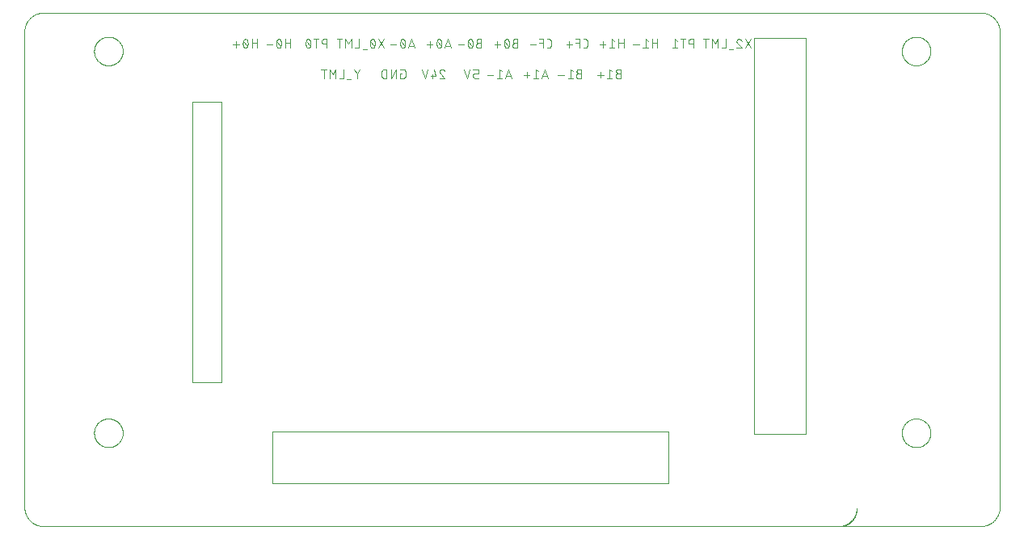
<source format=gbr>
G04 EAGLE Gerber RS-274X export*
G75*
%MOMM*%
%FSLAX34Y34*%
%LPD*%
%INSilkscreen Bottom*%
%IPPOS*%
%AMOC8*
5,1,8,0,0,1.08239X$1,22.5*%
G01*
%ADD10C,0.001000*%
%ADD11C,0.076200*%


D10*
X76800Y59171D02*
X76806Y58688D01*
X76823Y58205D01*
X76853Y57722D01*
X76893Y57241D01*
X76946Y56760D01*
X77010Y56281D01*
X77085Y55804D01*
X77173Y55328D01*
X77271Y54855D01*
X77381Y54385D01*
X77502Y53917D01*
X77635Y53452D01*
X77779Y52991D01*
X77934Y52533D01*
X78100Y52079D01*
X78277Y51629D01*
X78464Y51184D01*
X78663Y50743D01*
X78871Y50307D01*
X79091Y49877D01*
X79321Y49451D01*
X79561Y49032D01*
X79811Y48618D01*
X80071Y48211D01*
X80340Y47810D01*
X80620Y47415D01*
X80908Y47028D01*
X81207Y46647D01*
X81514Y46274D01*
X81830Y45909D01*
X82155Y45551D01*
X82488Y45201D01*
X82830Y44859D01*
X83180Y44526D01*
X83538Y44201D01*
X83903Y43885D01*
X84276Y43578D01*
X84657Y43279D01*
X85044Y42991D01*
X85439Y42711D01*
X85840Y42442D01*
X86247Y42182D01*
X86661Y41932D01*
X87080Y41692D01*
X87506Y41462D01*
X87936Y41242D01*
X88372Y41034D01*
X88813Y40835D01*
X89258Y40648D01*
X89708Y40471D01*
X90162Y40305D01*
X90620Y40150D01*
X91081Y40006D01*
X91546Y39873D01*
X92014Y39752D01*
X92484Y39642D01*
X92957Y39544D01*
X93433Y39456D01*
X93910Y39381D01*
X94389Y39317D01*
X94870Y39264D01*
X95351Y39224D01*
X95834Y39194D01*
X96317Y39177D01*
X96800Y39171D01*
X149815Y536866D02*
X149820Y537234D01*
X149833Y537602D01*
X149856Y537969D01*
X149887Y538336D01*
X149928Y538702D01*
X149977Y539067D01*
X150036Y539430D01*
X150103Y539792D01*
X150179Y540153D01*
X150265Y540511D01*
X150358Y540867D01*
X150461Y541220D01*
X150572Y541571D01*
X150692Y541919D01*
X150820Y542264D01*
X150957Y542606D01*
X151102Y542945D01*
X151255Y543279D01*
X151417Y543610D01*
X151586Y543937D01*
X151764Y544259D01*
X151949Y544578D01*
X152142Y544891D01*
X152343Y545200D01*
X152551Y545503D01*
X152767Y545801D01*
X152990Y546094D01*
X153220Y546382D01*
X153457Y546664D01*
X153701Y546939D01*
X153951Y547209D01*
X154208Y547473D01*
X154472Y547730D01*
X154742Y547980D01*
X155017Y548224D01*
X155299Y548461D01*
X155587Y548691D01*
X155880Y548914D01*
X156178Y549130D01*
X156481Y549338D01*
X156790Y549539D01*
X157103Y549732D01*
X157422Y549917D01*
X157744Y550095D01*
X158071Y550264D01*
X158402Y550426D01*
X158736Y550579D01*
X159075Y550724D01*
X159417Y550861D01*
X159762Y550989D01*
X160110Y551109D01*
X160461Y551220D01*
X160814Y551323D01*
X161170Y551416D01*
X161528Y551502D01*
X161889Y551578D01*
X162251Y551645D01*
X162614Y551704D01*
X162979Y551753D01*
X163345Y551794D01*
X163712Y551825D01*
X164079Y551848D01*
X164447Y551861D01*
X164815Y551866D01*
X165183Y551861D01*
X165551Y551848D01*
X165918Y551825D01*
X166285Y551794D01*
X166651Y551753D01*
X167016Y551704D01*
X167379Y551645D01*
X167741Y551578D01*
X168102Y551502D01*
X168460Y551416D01*
X168816Y551323D01*
X169169Y551220D01*
X169520Y551109D01*
X169868Y550989D01*
X170213Y550861D01*
X170555Y550724D01*
X170894Y550579D01*
X171228Y550426D01*
X171559Y550264D01*
X171886Y550095D01*
X172208Y549917D01*
X172527Y549732D01*
X172840Y549539D01*
X173149Y549338D01*
X173452Y549130D01*
X173750Y548914D01*
X174043Y548691D01*
X174331Y548461D01*
X174613Y548224D01*
X174888Y547980D01*
X175158Y547730D01*
X175422Y547473D01*
X175679Y547209D01*
X175929Y546939D01*
X176173Y546664D01*
X176410Y546382D01*
X176640Y546094D01*
X176863Y545801D01*
X177079Y545503D01*
X177287Y545200D01*
X177488Y544891D01*
X177681Y544578D01*
X177866Y544259D01*
X178044Y543937D01*
X178213Y543610D01*
X178375Y543279D01*
X178528Y542945D01*
X178673Y542606D01*
X178810Y542264D01*
X178938Y541919D01*
X179058Y541571D01*
X179169Y541220D01*
X179272Y540867D01*
X179365Y540511D01*
X179451Y540153D01*
X179527Y539792D01*
X179594Y539430D01*
X179653Y539067D01*
X179702Y538702D01*
X179743Y538336D01*
X179774Y537969D01*
X179797Y537602D01*
X179810Y537234D01*
X179815Y536866D01*
X179810Y536498D01*
X179797Y536130D01*
X179774Y535763D01*
X179743Y535396D01*
X179702Y535030D01*
X179653Y534665D01*
X179594Y534302D01*
X179527Y533940D01*
X179451Y533579D01*
X179365Y533221D01*
X179272Y532865D01*
X179169Y532512D01*
X179058Y532161D01*
X178938Y531813D01*
X178810Y531468D01*
X178673Y531126D01*
X178528Y530787D01*
X178375Y530453D01*
X178213Y530122D01*
X178044Y529795D01*
X177866Y529473D01*
X177681Y529154D01*
X177488Y528841D01*
X177287Y528532D01*
X177079Y528229D01*
X176863Y527931D01*
X176640Y527638D01*
X176410Y527350D01*
X176173Y527068D01*
X175929Y526793D01*
X175679Y526523D01*
X175422Y526259D01*
X175158Y526002D01*
X174888Y525752D01*
X174613Y525508D01*
X174331Y525271D01*
X174043Y525041D01*
X173750Y524818D01*
X173452Y524602D01*
X173149Y524394D01*
X172840Y524193D01*
X172527Y524000D01*
X172208Y523815D01*
X171886Y523637D01*
X171559Y523468D01*
X171228Y523306D01*
X170894Y523153D01*
X170555Y523008D01*
X170213Y522871D01*
X169868Y522743D01*
X169520Y522623D01*
X169169Y522512D01*
X168816Y522409D01*
X168460Y522316D01*
X168102Y522230D01*
X167741Y522154D01*
X167379Y522087D01*
X167016Y522028D01*
X166651Y521979D01*
X166285Y521938D01*
X165918Y521907D01*
X165551Y521884D01*
X165183Y521871D01*
X164815Y521866D01*
X164447Y521871D01*
X164079Y521884D01*
X163712Y521907D01*
X163345Y521938D01*
X162979Y521979D01*
X162614Y522028D01*
X162251Y522087D01*
X161889Y522154D01*
X161528Y522230D01*
X161170Y522316D01*
X160814Y522409D01*
X160461Y522512D01*
X160110Y522623D01*
X159762Y522743D01*
X159417Y522871D01*
X159075Y523008D01*
X158736Y523153D01*
X158402Y523306D01*
X158071Y523468D01*
X157744Y523637D01*
X157422Y523815D01*
X157103Y524000D01*
X156790Y524193D01*
X156481Y524394D01*
X156178Y524602D01*
X155880Y524818D01*
X155587Y525041D01*
X155299Y525271D01*
X155017Y525508D01*
X154742Y525752D01*
X154472Y526002D01*
X154208Y526259D01*
X153951Y526523D01*
X153701Y526793D01*
X153457Y527068D01*
X153220Y527350D01*
X152990Y527638D01*
X152767Y527931D01*
X152551Y528229D01*
X152343Y528532D01*
X152142Y528841D01*
X151949Y529154D01*
X151764Y529473D01*
X151586Y529795D01*
X151417Y530122D01*
X151255Y530453D01*
X151102Y530787D01*
X150957Y531126D01*
X150820Y531468D01*
X150692Y531813D01*
X150572Y532161D01*
X150461Y532512D01*
X150358Y532865D01*
X150265Y533221D01*
X150179Y533579D01*
X150103Y533940D01*
X150036Y534302D01*
X149977Y534665D01*
X149928Y535030D01*
X149887Y535396D01*
X149856Y535763D01*
X149833Y536130D01*
X149820Y536498D01*
X149815Y536866D01*
X996025Y536866D02*
X996030Y537234D01*
X996043Y537602D01*
X996066Y537969D01*
X996097Y538336D01*
X996138Y538702D01*
X996187Y539067D01*
X996246Y539430D01*
X996313Y539792D01*
X996389Y540153D01*
X996475Y540511D01*
X996568Y540867D01*
X996671Y541220D01*
X996782Y541571D01*
X996902Y541919D01*
X997030Y542264D01*
X997167Y542606D01*
X997312Y542945D01*
X997465Y543279D01*
X997627Y543610D01*
X997796Y543937D01*
X997974Y544259D01*
X998159Y544578D01*
X998352Y544891D01*
X998553Y545200D01*
X998761Y545503D01*
X998977Y545801D01*
X999200Y546094D01*
X999430Y546382D01*
X999667Y546664D01*
X999911Y546939D01*
X1000161Y547209D01*
X1000418Y547473D01*
X1000682Y547730D01*
X1000952Y547980D01*
X1001227Y548224D01*
X1001509Y548461D01*
X1001797Y548691D01*
X1002090Y548914D01*
X1002388Y549130D01*
X1002691Y549338D01*
X1003000Y549539D01*
X1003313Y549732D01*
X1003632Y549917D01*
X1003954Y550095D01*
X1004281Y550264D01*
X1004612Y550426D01*
X1004946Y550579D01*
X1005285Y550724D01*
X1005627Y550861D01*
X1005972Y550989D01*
X1006320Y551109D01*
X1006671Y551220D01*
X1007024Y551323D01*
X1007380Y551416D01*
X1007738Y551502D01*
X1008099Y551578D01*
X1008461Y551645D01*
X1008824Y551704D01*
X1009189Y551753D01*
X1009555Y551794D01*
X1009922Y551825D01*
X1010289Y551848D01*
X1010657Y551861D01*
X1011025Y551866D01*
X1011393Y551861D01*
X1011761Y551848D01*
X1012128Y551825D01*
X1012495Y551794D01*
X1012861Y551753D01*
X1013226Y551704D01*
X1013589Y551645D01*
X1013951Y551578D01*
X1014312Y551502D01*
X1014670Y551416D01*
X1015026Y551323D01*
X1015379Y551220D01*
X1015730Y551109D01*
X1016078Y550989D01*
X1016423Y550861D01*
X1016765Y550724D01*
X1017104Y550579D01*
X1017438Y550426D01*
X1017769Y550264D01*
X1018096Y550095D01*
X1018418Y549917D01*
X1018737Y549732D01*
X1019050Y549539D01*
X1019359Y549338D01*
X1019662Y549130D01*
X1019960Y548914D01*
X1020253Y548691D01*
X1020541Y548461D01*
X1020823Y548224D01*
X1021098Y547980D01*
X1021368Y547730D01*
X1021632Y547473D01*
X1021889Y547209D01*
X1022139Y546939D01*
X1022383Y546664D01*
X1022620Y546382D01*
X1022850Y546094D01*
X1023073Y545801D01*
X1023289Y545503D01*
X1023497Y545200D01*
X1023698Y544891D01*
X1023891Y544578D01*
X1024076Y544259D01*
X1024254Y543937D01*
X1024423Y543610D01*
X1024585Y543279D01*
X1024738Y542945D01*
X1024883Y542606D01*
X1025020Y542264D01*
X1025148Y541919D01*
X1025268Y541571D01*
X1025379Y541220D01*
X1025482Y540867D01*
X1025575Y540511D01*
X1025661Y540153D01*
X1025737Y539792D01*
X1025804Y539430D01*
X1025863Y539067D01*
X1025912Y538702D01*
X1025953Y538336D01*
X1025984Y537969D01*
X1026007Y537602D01*
X1026020Y537234D01*
X1026025Y536866D01*
X1026020Y536498D01*
X1026007Y536130D01*
X1025984Y535763D01*
X1025953Y535396D01*
X1025912Y535030D01*
X1025863Y534665D01*
X1025804Y534302D01*
X1025737Y533940D01*
X1025661Y533579D01*
X1025575Y533221D01*
X1025482Y532865D01*
X1025379Y532512D01*
X1025268Y532161D01*
X1025148Y531813D01*
X1025020Y531468D01*
X1024883Y531126D01*
X1024738Y530787D01*
X1024585Y530453D01*
X1024423Y530122D01*
X1024254Y529795D01*
X1024076Y529473D01*
X1023891Y529154D01*
X1023698Y528841D01*
X1023497Y528532D01*
X1023289Y528229D01*
X1023073Y527931D01*
X1022850Y527638D01*
X1022620Y527350D01*
X1022383Y527068D01*
X1022139Y526793D01*
X1021889Y526523D01*
X1021632Y526259D01*
X1021368Y526002D01*
X1021098Y525752D01*
X1020823Y525508D01*
X1020541Y525271D01*
X1020253Y525041D01*
X1019960Y524818D01*
X1019662Y524602D01*
X1019359Y524394D01*
X1019050Y524193D01*
X1018737Y524000D01*
X1018418Y523815D01*
X1018096Y523637D01*
X1017769Y523468D01*
X1017438Y523306D01*
X1017104Y523153D01*
X1016765Y523008D01*
X1016423Y522871D01*
X1016078Y522743D01*
X1015730Y522623D01*
X1015379Y522512D01*
X1015026Y522409D01*
X1014670Y522316D01*
X1014312Y522230D01*
X1013951Y522154D01*
X1013589Y522087D01*
X1013226Y522028D01*
X1012861Y521979D01*
X1012495Y521938D01*
X1012128Y521907D01*
X1011761Y521884D01*
X1011393Y521871D01*
X1011025Y521866D01*
X1010657Y521871D01*
X1010289Y521884D01*
X1009922Y521907D01*
X1009555Y521938D01*
X1009189Y521979D01*
X1008824Y522028D01*
X1008461Y522087D01*
X1008099Y522154D01*
X1007738Y522230D01*
X1007380Y522316D01*
X1007024Y522409D01*
X1006671Y522512D01*
X1006320Y522623D01*
X1005972Y522743D01*
X1005627Y522871D01*
X1005285Y523008D01*
X1004946Y523153D01*
X1004612Y523306D01*
X1004281Y523468D01*
X1003954Y523637D01*
X1003632Y523815D01*
X1003313Y524000D01*
X1003000Y524193D01*
X1002691Y524394D01*
X1002388Y524602D01*
X1002090Y524818D01*
X1001797Y525041D01*
X1001509Y525271D01*
X1001227Y525508D01*
X1000952Y525752D01*
X1000682Y526002D01*
X1000418Y526259D01*
X1000161Y526523D01*
X999911Y526793D01*
X999667Y527068D01*
X999430Y527350D01*
X999200Y527638D01*
X998977Y527931D01*
X998761Y528229D01*
X998553Y528532D01*
X998352Y528841D01*
X998159Y529154D01*
X997974Y529473D01*
X997796Y529795D01*
X997627Y530122D01*
X997465Y530453D01*
X997312Y530787D01*
X997167Y531126D01*
X997030Y531468D01*
X996902Y531813D01*
X996782Y532161D01*
X996671Y532512D01*
X996568Y532865D01*
X996475Y533221D01*
X996389Y533579D01*
X996313Y533940D01*
X996246Y534302D01*
X996187Y534665D01*
X996138Y535030D01*
X996097Y535396D01*
X996066Y535763D01*
X996043Y536130D01*
X996030Y536498D01*
X996025Y536866D01*
X149815Y136866D02*
X149820Y137234D01*
X149833Y137602D01*
X149856Y137969D01*
X149887Y138336D01*
X149928Y138702D01*
X149977Y139067D01*
X150036Y139430D01*
X150103Y139792D01*
X150179Y140153D01*
X150265Y140511D01*
X150358Y140867D01*
X150461Y141220D01*
X150572Y141571D01*
X150692Y141919D01*
X150820Y142264D01*
X150957Y142606D01*
X151102Y142945D01*
X151255Y143279D01*
X151417Y143610D01*
X151586Y143937D01*
X151764Y144259D01*
X151949Y144578D01*
X152142Y144891D01*
X152343Y145200D01*
X152551Y145503D01*
X152767Y145801D01*
X152990Y146094D01*
X153220Y146382D01*
X153457Y146664D01*
X153701Y146939D01*
X153951Y147209D01*
X154208Y147473D01*
X154472Y147730D01*
X154742Y147980D01*
X155017Y148224D01*
X155299Y148461D01*
X155587Y148691D01*
X155880Y148914D01*
X156178Y149130D01*
X156481Y149338D01*
X156790Y149539D01*
X157103Y149732D01*
X157422Y149917D01*
X157744Y150095D01*
X158071Y150264D01*
X158402Y150426D01*
X158736Y150579D01*
X159075Y150724D01*
X159417Y150861D01*
X159762Y150989D01*
X160110Y151109D01*
X160461Y151220D01*
X160814Y151323D01*
X161170Y151416D01*
X161528Y151502D01*
X161889Y151578D01*
X162251Y151645D01*
X162614Y151704D01*
X162979Y151753D01*
X163345Y151794D01*
X163712Y151825D01*
X164079Y151848D01*
X164447Y151861D01*
X164815Y151866D01*
X165183Y151861D01*
X165551Y151848D01*
X165918Y151825D01*
X166285Y151794D01*
X166651Y151753D01*
X167016Y151704D01*
X167379Y151645D01*
X167741Y151578D01*
X168102Y151502D01*
X168460Y151416D01*
X168816Y151323D01*
X169169Y151220D01*
X169520Y151109D01*
X169868Y150989D01*
X170213Y150861D01*
X170555Y150724D01*
X170894Y150579D01*
X171228Y150426D01*
X171559Y150264D01*
X171886Y150095D01*
X172208Y149917D01*
X172527Y149732D01*
X172840Y149539D01*
X173149Y149338D01*
X173452Y149130D01*
X173750Y148914D01*
X174043Y148691D01*
X174331Y148461D01*
X174613Y148224D01*
X174888Y147980D01*
X175158Y147730D01*
X175422Y147473D01*
X175679Y147209D01*
X175929Y146939D01*
X176173Y146664D01*
X176410Y146382D01*
X176640Y146094D01*
X176863Y145801D01*
X177079Y145503D01*
X177287Y145200D01*
X177488Y144891D01*
X177681Y144578D01*
X177866Y144259D01*
X178044Y143937D01*
X178213Y143610D01*
X178375Y143279D01*
X178528Y142945D01*
X178673Y142606D01*
X178810Y142264D01*
X178938Y141919D01*
X179058Y141571D01*
X179169Y141220D01*
X179272Y140867D01*
X179365Y140511D01*
X179451Y140153D01*
X179527Y139792D01*
X179594Y139430D01*
X179653Y139067D01*
X179702Y138702D01*
X179743Y138336D01*
X179774Y137969D01*
X179797Y137602D01*
X179810Y137234D01*
X179815Y136866D01*
X179810Y136498D01*
X179797Y136130D01*
X179774Y135763D01*
X179743Y135396D01*
X179702Y135030D01*
X179653Y134665D01*
X179594Y134302D01*
X179527Y133940D01*
X179451Y133579D01*
X179365Y133221D01*
X179272Y132865D01*
X179169Y132512D01*
X179058Y132161D01*
X178938Y131813D01*
X178810Y131468D01*
X178673Y131126D01*
X178528Y130787D01*
X178375Y130453D01*
X178213Y130122D01*
X178044Y129795D01*
X177866Y129473D01*
X177681Y129154D01*
X177488Y128841D01*
X177287Y128532D01*
X177079Y128229D01*
X176863Y127931D01*
X176640Y127638D01*
X176410Y127350D01*
X176173Y127068D01*
X175929Y126793D01*
X175679Y126523D01*
X175422Y126259D01*
X175158Y126002D01*
X174888Y125752D01*
X174613Y125508D01*
X174331Y125271D01*
X174043Y125041D01*
X173750Y124818D01*
X173452Y124602D01*
X173149Y124394D01*
X172840Y124193D01*
X172527Y124000D01*
X172208Y123815D01*
X171886Y123637D01*
X171559Y123468D01*
X171228Y123306D01*
X170894Y123153D01*
X170555Y123008D01*
X170213Y122871D01*
X169868Y122743D01*
X169520Y122623D01*
X169169Y122512D01*
X168816Y122409D01*
X168460Y122316D01*
X168102Y122230D01*
X167741Y122154D01*
X167379Y122087D01*
X167016Y122028D01*
X166651Y121979D01*
X166285Y121938D01*
X165918Y121907D01*
X165551Y121884D01*
X165183Y121871D01*
X164815Y121866D01*
X164447Y121871D01*
X164079Y121884D01*
X163712Y121907D01*
X163345Y121938D01*
X162979Y121979D01*
X162614Y122028D01*
X162251Y122087D01*
X161889Y122154D01*
X161528Y122230D01*
X161170Y122316D01*
X160814Y122409D01*
X160461Y122512D01*
X160110Y122623D01*
X159762Y122743D01*
X159417Y122871D01*
X159075Y123008D01*
X158736Y123153D01*
X158402Y123306D01*
X158071Y123468D01*
X157744Y123637D01*
X157422Y123815D01*
X157103Y124000D01*
X156790Y124193D01*
X156481Y124394D01*
X156178Y124602D01*
X155880Y124818D01*
X155587Y125041D01*
X155299Y125271D01*
X155017Y125508D01*
X154742Y125752D01*
X154472Y126002D01*
X154208Y126259D01*
X153951Y126523D01*
X153701Y126793D01*
X153457Y127068D01*
X153220Y127350D01*
X152990Y127638D01*
X152767Y127931D01*
X152551Y128229D01*
X152343Y128532D01*
X152142Y128841D01*
X151949Y129154D01*
X151764Y129473D01*
X151586Y129795D01*
X151417Y130122D01*
X151255Y130453D01*
X151102Y130787D01*
X150957Y131126D01*
X150820Y131468D01*
X150692Y131813D01*
X150572Y132161D01*
X150461Y132512D01*
X150358Y132865D01*
X150265Y133221D01*
X150179Y133579D01*
X150103Y133940D01*
X150036Y134302D01*
X149977Y134665D01*
X149928Y135030D01*
X149887Y135396D01*
X149856Y135763D01*
X149833Y136130D01*
X149820Y136498D01*
X149815Y136866D01*
X933777Y577151D02*
X1078540Y577151D01*
X948540Y58101D02*
X948540Y56451D01*
X948535Y56034D01*
X948520Y55616D01*
X948495Y55200D01*
X948460Y54784D01*
X948415Y54369D01*
X948359Y53955D01*
X948294Y53543D01*
X948219Y53132D01*
X948134Y52723D01*
X948039Y52317D01*
X947935Y51913D01*
X947820Y51511D01*
X947696Y51112D01*
X947562Y50717D01*
X947419Y50325D01*
X947267Y49936D01*
X947105Y49552D01*
X946933Y49171D01*
X946753Y48794D01*
X946564Y48422D01*
X946365Y48055D01*
X946158Y47693D01*
X945942Y47335D01*
X945718Y46983D01*
X945485Y46637D01*
X945244Y46296D01*
X944994Y45961D01*
X944737Y45633D01*
X944472Y45310D01*
X944199Y44994D01*
X943918Y44685D01*
X943630Y44383D01*
X943335Y44088D01*
X943033Y43799D01*
X942724Y43519D01*
X942408Y43246D01*
X942086Y42980D01*
X941758Y42723D01*
X941423Y42473D01*
X941082Y42232D01*
X940736Y41999D01*
X940384Y41774D01*
X940027Y41558D01*
X939665Y41351D01*
X939298Y41152D01*
X938926Y40962D01*
X938549Y40782D01*
X938169Y40610D01*
X937784Y40448D01*
X937395Y40295D01*
X937003Y40152D01*
X936608Y40018D01*
X936210Y39894D01*
X935808Y39779D01*
X935404Y39674D01*
X934998Y39579D01*
X934589Y39494D01*
X934178Y39418D01*
X933766Y39353D01*
X933352Y39298D01*
X932937Y39252D01*
X932521Y39217D01*
X932105Y39191D01*
X931687Y39176D01*
X931270Y39171D01*
X1078540Y39171D02*
X1079023Y39177D01*
X1079506Y39194D01*
X1079989Y39224D01*
X1080470Y39264D01*
X1080951Y39317D01*
X1081430Y39381D01*
X1081907Y39456D01*
X1082383Y39544D01*
X1082856Y39642D01*
X1083326Y39752D01*
X1083794Y39873D01*
X1084259Y40006D01*
X1084720Y40150D01*
X1085178Y40305D01*
X1085632Y40471D01*
X1086082Y40648D01*
X1086527Y40835D01*
X1086968Y41034D01*
X1087404Y41242D01*
X1087834Y41462D01*
X1088260Y41692D01*
X1088679Y41932D01*
X1089093Y42182D01*
X1089500Y42442D01*
X1089901Y42711D01*
X1090296Y42991D01*
X1090683Y43279D01*
X1091064Y43578D01*
X1091437Y43885D01*
X1091802Y44201D01*
X1092160Y44526D01*
X1092510Y44859D01*
X1092852Y45201D01*
X1093185Y45551D01*
X1093510Y45909D01*
X1093826Y46274D01*
X1094133Y46647D01*
X1094432Y47028D01*
X1094720Y47415D01*
X1095000Y47810D01*
X1095269Y48211D01*
X1095529Y48618D01*
X1095779Y49032D01*
X1096019Y49451D01*
X1096249Y49877D01*
X1096469Y50307D01*
X1096677Y50743D01*
X1096876Y51184D01*
X1097063Y51629D01*
X1097240Y52079D01*
X1097406Y52533D01*
X1097561Y52991D01*
X1097705Y53452D01*
X1097838Y53917D01*
X1097959Y54385D01*
X1098069Y54855D01*
X1098167Y55328D01*
X1098255Y55804D01*
X1098330Y56281D01*
X1098394Y56760D01*
X1098447Y57241D01*
X1098487Y57722D01*
X1098517Y58205D01*
X1098534Y58688D01*
X1098540Y59171D01*
X1098540Y557151D01*
X1098534Y557634D01*
X1098517Y558117D01*
X1098487Y558600D01*
X1098447Y559081D01*
X1098394Y559562D01*
X1098330Y560041D01*
X1098255Y560518D01*
X1098167Y560994D01*
X1098069Y561467D01*
X1097959Y561937D01*
X1097838Y562405D01*
X1097705Y562870D01*
X1097561Y563331D01*
X1097406Y563789D01*
X1097240Y564243D01*
X1097063Y564693D01*
X1096876Y565138D01*
X1096677Y565579D01*
X1096469Y566015D01*
X1096249Y566445D01*
X1096019Y566871D01*
X1095779Y567290D01*
X1095529Y567704D01*
X1095269Y568111D01*
X1095000Y568512D01*
X1094720Y568907D01*
X1094432Y569294D01*
X1094133Y569675D01*
X1093826Y570048D01*
X1093510Y570413D01*
X1093185Y570771D01*
X1092852Y571121D01*
X1092510Y571463D01*
X1092160Y571796D01*
X1091802Y572121D01*
X1091437Y572437D01*
X1091064Y572744D01*
X1090683Y573043D01*
X1090296Y573331D01*
X1089901Y573611D01*
X1089500Y573880D01*
X1089093Y574140D01*
X1088679Y574390D01*
X1088260Y574630D01*
X1087834Y574860D01*
X1087404Y575080D01*
X1086968Y575288D01*
X1086527Y575487D01*
X1086082Y575674D01*
X1085632Y575851D01*
X1085178Y576017D01*
X1084720Y576172D01*
X1084259Y576316D01*
X1083794Y576449D01*
X1083326Y576570D01*
X1082856Y576680D01*
X1082383Y576778D01*
X1081907Y576866D01*
X1081430Y576941D01*
X1080951Y577005D01*
X1080470Y577058D01*
X1079989Y577098D01*
X1079506Y577128D01*
X1079023Y577145D01*
X1078540Y577151D01*
X244070Y577151D02*
X96800Y577151D01*
X96317Y577145D01*
X95834Y577128D01*
X95351Y577098D01*
X94870Y577058D01*
X94389Y577005D01*
X93910Y576941D01*
X93433Y576866D01*
X92957Y576778D01*
X92484Y576680D01*
X92014Y576570D01*
X91546Y576449D01*
X91081Y576316D01*
X90620Y576172D01*
X90162Y576017D01*
X89708Y575851D01*
X89258Y575674D01*
X88813Y575487D01*
X88372Y575288D01*
X87936Y575080D01*
X87506Y574860D01*
X87080Y574630D01*
X86661Y574390D01*
X86247Y574140D01*
X85840Y573880D01*
X85439Y573611D01*
X85044Y573331D01*
X84657Y573043D01*
X84276Y572744D01*
X83903Y572437D01*
X83538Y572121D01*
X83180Y571796D01*
X82830Y571463D01*
X82488Y571121D01*
X82155Y570771D01*
X81830Y570413D01*
X81514Y570048D01*
X81207Y569675D01*
X80908Y569294D01*
X80620Y568907D01*
X80340Y568512D01*
X80071Y568111D01*
X79811Y567704D01*
X79561Y567290D01*
X79321Y566871D01*
X79091Y566445D01*
X78871Y566015D01*
X78663Y565579D01*
X78464Y565138D01*
X78277Y564693D01*
X78100Y564243D01*
X77934Y563789D01*
X77779Y563331D01*
X77635Y562870D01*
X77502Y562405D01*
X77381Y561937D01*
X77271Y561467D01*
X77173Y560994D01*
X77085Y560518D01*
X77010Y560041D01*
X76946Y559562D01*
X76893Y559081D01*
X76853Y558600D01*
X76823Y558117D01*
X76806Y557634D01*
X76800Y557151D01*
X76800Y59171D01*
X96800Y39171D02*
X929610Y39171D01*
X996025Y136866D02*
X996030Y137234D01*
X996043Y137602D01*
X996066Y137969D01*
X996097Y138336D01*
X996138Y138702D01*
X996187Y139067D01*
X996246Y139430D01*
X996313Y139792D01*
X996389Y140153D01*
X996475Y140511D01*
X996568Y140867D01*
X996671Y141220D01*
X996782Y141571D01*
X996902Y141919D01*
X997030Y142264D01*
X997167Y142606D01*
X997312Y142945D01*
X997465Y143279D01*
X997627Y143610D01*
X997796Y143937D01*
X997974Y144259D01*
X998159Y144578D01*
X998352Y144891D01*
X998553Y145200D01*
X998761Y145503D01*
X998977Y145801D01*
X999200Y146094D01*
X999430Y146382D01*
X999667Y146664D01*
X999911Y146939D01*
X1000161Y147209D01*
X1000418Y147473D01*
X1000682Y147730D01*
X1000952Y147980D01*
X1001227Y148224D01*
X1001509Y148461D01*
X1001797Y148691D01*
X1002090Y148914D01*
X1002388Y149130D01*
X1002691Y149338D01*
X1003000Y149539D01*
X1003313Y149732D01*
X1003632Y149917D01*
X1003954Y150095D01*
X1004281Y150264D01*
X1004612Y150426D01*
X1004946Y150579D01*
X1005285Y150724D01*
X1005627Y150861D01*
X1005972Y150989D01*
X1006320Y151109D01*
X1006671Y151220D01*
X1007024Y151323D01*
X1007380Y151416D01*
X1007738Y151502D01*
X1008099Y151578D01*
X1008461Y151645D01*
X1008824Y151704D01*
X1009189Y151753D01*
X1009555Y151794D01*
X1009922Y151825D01*
X1010289Y151848D01*
X1010657Y151861D01*
X1011025Y151866D01*
X1011393Y151861D01*
X1011761Y151848D01*
X1012128Y151825D01*
X1012495Y151794D01*
X1012861Y151753D01*
X1013226Y151704D01*
X1013589Y151645D01*
X1013951Y151578D01*
X1014312Y151502D01*
X1014670Y151416D01*
X1015026Y151323D01*
X1015379Y151220D01*
X1015730Y151109D01*
X1016078Y150989D01*
X1016423Y150861D01*
X1016765Y150724D01*
X1017104Y150579D01*
X1017438Y150426D01*
X1017769Y150264D01*
X1018096Y150095D01*
X1018418Y149917D01*
X1018737Y149732D01*
X1019050Y149539D01*
X1019359Y149338D01*
X1019662Y149130D01*
X1019960Y148914D01*
X1020253Y148691D01*
X1020541Y148461D01*
X1020823Y148224D01*
X1021098Y147980D01*
X1021368Y147730D01*
X1021632Y147473D01*
X1021889Y147209D01*
X1022139Y146939D01*
X1022383Y146664D01*
X1022620Y146382D01*
X1022850Y146094D01*
X1023073Y145801D01*
X1023289Y145503D01*
X1023497Y145200D01*
X1023698Y144891D01*
X1023891Y144578D01*
X1024076Y144259D01*
X1024254Y143937D01*
X1024423Y143610D01*
X1024585Y143279D01*
X1024738Y142945D01*
X1024883Y142606D01*
X1025020Y142264D01*
X1025148Y141919D01*
X1025268Y141571D01*
X1025379Y141220D01*
X1025482Y140867D01*
X1025575Y140511D01*
X1025661Y140153D01*
X1025737Y139792D01*
X1025804Y139430D01*
X1025863Y139067D01*
X1025912Y138702D01*
X1025953Y138336D01*
X1025984Y137969D01*
X1026007Y137602D01*
X1026020Y137234D01*
X1026025Y136866D01*
X1026020Y136498D01*
X1026007Y136130D01*
X1025984Y135763D01*
X1025953Y135396D01*
X1025912Y135030D01*
X1025863Y134665D01*
X1025804Y134302D01*
X1025737Y133940D01*
X1025661Y133579D01*
X1025575Y133221D01*
X1025482Y132865D01*
X1025379Y132512D01*
X1025268Y132161D01*
X1025148Y131813D01*
X1025020Y131468D01*
X1024883Y131126D01*
X1024738Y130787D01*
X1024585Y130453D01*
X1024423Y130122D01*
X1024254Y129795D01*
X1024076Y129473D01*
X1023891Y129154D01*
X1023698Y128841D01*
X1023497Y128532D01*
X1023289Y128229D01*
X1023073Y127931D01*
X1022850Y127638D01*
X1022620Y127350D01*
X1022383Y127068D01*
X1022139Y126793D01*
X1021889Y126523D01*
X1021632Y126259D01*
X1021368Y126002D01*
X1021098Y125752D01*
X1020823Y125508D01*
X1020541Y125271D01*
X1020253Y125041D01*
X1019960Y124818D01*
X1019662Y124602D01*
X1019359Y124394D01*
X1019050Y124193D01*
X1018737Y124000D01*
X1018418Y123815D01*
X1018096Y123637D01*
X1017769Y123468D01*
X1017438Y123306D01*
X1017104Y123153D01*
X1016765Y123008D01*
X1016423Y122871D01*
X1016078Y122743D01*
X1015730Y122623D01*
X1015379Y122512D01*
X1015026Y122409D01*
X1014670Y122316D01*
X1014312Y122230D01*
X1013951Y122154D01*
X1013589Y122087D01*
X1013226Y122028D01*
X1012861Y121979D01*
X1012495Y121938D01*
X1012128Y121907D01*
X1011761Y121884D01*
X1011393Y121871D01*
X1011025Y121866D01*
X1010657Y121871D01*
X1010289Y121884D01*
X1009922Y121907D01*
X1009555Y121938D01*
X1009189Y121979D01*
X1008824Y122028D01*
X1008461Y122087D01*
X1008099Y122154D01*
X1007738Y122230D01*
X1007380Y122316D01*
X1007024Y122409D01*
X1006671Y122512D01*
X1006320Y122623D01*
X1005972Y122743D01*
X1005627Y122871D01*
X1005285Y123008D01*
X1004946Y123153D01*
X1004612Y123306D01*
X1004281Y123468D01*
X1003954Y123637D01*
X1003632Y123815D01*
X1003313Y124000D01*
X1003000Y124193D01*
X1002691Y124394D01*
X1002388Y124602D01*
X1002090Y124818D01*
X1001797Y125041D01*
X1001509Y125271D01*
X1001227Y125508D01*
X1000952Y125752D01*
X1000682Y126002D01*
X1000418Y126259D01*
X1000161Y126523D01*
X999911Y126793D01*
X999667Y127068D01*
X999430Y127350D01*
X999200Y127638D01*
X998977Y127931D01*
X998761Y128229D01*
X998553Y128532D01*
X998352Y128841D01*
X998159Y129154D01*
X997974Y129473D01*
X997796Y129795D01*
X997627Y130122D01*
X997465Y130453D01*
X997312Y130787D01*
X997167Y131126D01*
X997030Y131468D01*
X996902Y131813D01*
X996782Y132161D01*
X996671Y132512D01*
X996568Y132865D01*
X996475Y133221D01*
X996389Y133579D01*
X996313Y133940D01*
X996246Y134302D01*
X996187Y134665D01*
X996138Y135030D01*
X996097Y135396D01*
X996066Y135763D01*
X996043Y136130D01*
X996030Y136498D01*
X996025Y136866D01*
X931270Y39171D02*
X1078540Y39171D01*
X931770Y577271D02*
X244070Y577151D01*
X931770Y577271D02*
X932172Y577266D01*
X932575Y577252D01*
X932976Y577228D01*
X933377Y577194D01*
X933777Y577151D01*
X948540Y58101D02*
X948534Y57644D01*
X948518Y57186D01*
X948490Y56730D01*
X948452Y56274D01*
X948402Y55819D01*
X948341Y55366D01*
X948270Y54914D01*
X948187Y54464D01*
X948094Y54016D01*
X947990Y53571D01*
X947875Y53128D01*
X947750Y52688D01*
X947613Y52251D01*
X947467Y51818D01*
X947310Y51388D01*
X947142Y50963D01*
X946965Y50541D01*
X946777Y50124D01*
X946579Y49711D01*
X946372Y49304D01*
X946154Y48901D01*
X945927Y48504D01*
X945690Y48113D01*
X945444Y47727D01*
X945189Y47348D01*
X944925Y46974D01*
X944651Y46607D01*
X944369Y46247D01*
X944078Y45894D01*
X943779Y45548D01*
X943472Y45209D01*
X943156Y44878D01*
X942833Y44555D01*
X942502Y44239D01*
X942163Y43932D01*
X941817Y43633D01*
X941464Y43342D01*
X941104Y43060D01*
X940737Y42786D01*
X940363Y42522D01*
X939984Y42267D01*
X939598Y42021D01*
X939207Y41784D01*
X938810Y41557D01*
X938407Y41339D01*
X938000Y41132D01*
X937587Y40934D01*
X937170Y40746D01*
X936748Y40569D01*
X936323Y40401D01*
X935893Y40244D01*
X935460Y40098D01*
X935023Y39961D01*
X934583Y39836D01*
X934140Y39721D01*
X933695Y39617D01*
X933247Y39524D01*
X932797Y39441D01*
X932345Y39370D01*
X931892Y39309D01*
X931437Y39259D01*
X930981Y39221D01*
X930525Y39193D01*
X930067Y39177D01*
X929610Y39171D01*
X252830Y190051D02*
X252830Y483681D01*
X283310Y483681D01*
X283310Y190051D02*
X252830Y190051D01*
X283310Y190051D02*
X283310Y483681D01*
X841380Y550421D02*
X895380Y550421D01*
X895380Y135421D02*
X841380Y135421D01*
X841380Y550421D01*
X895380Y550421D02*
X895380Y135421D01*
X336370Y137951D02*
X336370Y83951D01*
X751370Y83951D02*
X751370Y137951D01*
X336370Y137951D01*
X336370Y83951D02*
X751370Y83951D01*
D11*
X320294Y540131D02*
X320294Y549529D01*
X320294Y545352D02*
X315073Y545352D01*
X315073Y549529D02*
X315073Y540131D01*
X310846Y544830D02*
X310844Y545015D01*
X310837Y545200D01*
X310826Y545384D01*
X310811Y545568D01*
X310791Y545752D01*
X310767Y545936D01*
X310738Y546118D01*
X310705Y546300D01*
X310668Y546481D01*
X310626Y546661D01*
X310580Y546841D01*
X310530Y547019D01*
X310476Y547195D01*
X310417Y547371D01*
X310355Y547545D01*
X310288Y547717D01*
X310217Y547888D01*
X310142Y548057D01*
X310063Y548224D01*
X310033Y548304D01*
X310000Y548383D01*
X309963Y548460D01*
X309923Y548536D01*
X309880Y548610D01*
X309834Y548682D01*
X309784Y548751D01*
X309732Y548819D01*
X309676Y548884D01*
X309618Y548947D01*
X309556Y549006D01*
X309493Y549064D01*
X309426Y549118D01*
X309358Y549169D01*
X309287Y549217D01*
X309214Y549262D01*
X309140Y549304D01*
X309063Y549342D01*
X308985Y549377D01*
X308906Y549409D01*
X308825Y549437D01*
X308743Y549461D01*
X308659Y549482D01*
X308576Y549499D01*
X308491Y549512D01*
X308406Y549521D01*
X308321Y549527D01*
X308235Y549529D01*
X308149Y549527D01*
X308064Y549521D01*
X307979Y549512D01*
X307894Y549499D01*
X307811Y549482D01*
X307727Y549461D01*
X307645Y549437D01*
X307565Y549409D01*
X307485Y549377D01*
X307407Y549342D01*
X307330Y549304D01*
X307256Y549262D01*
X307183Y549217D01*
X307112Y549169D01*
X307044Y549118D01*
X306977Y549064D01*
X306914Y549006D01*
X306853Y548947D01*
X306794Y548884D01*
X306739Y548819D01*
X306686Y548751D01*
X306636Y548682D01*
X306590Y548610D01*
X306547Y548536D01*
X306507Y548460D01*
X306470Y548383D01*
X306437Y548304D01*
X306407Y548224D01*
X306328Y548057D01*
X306253Y547888D01*
X306182Y547717D01*
X306115Y547545D01*
X306053Y547371D01*
X305994Y547195D01*
X305940Y547019D01*
X305890Y546841D01*
X305844Y546661D01*
X305802Y546481D01*
X305765Y546300D01*
X305732Y546118D01*
X305703Y545936D01*
X305679Y545752D01*
X305659Y545568D01*
X305644Y545384D01*
X305633Y545200D01*
X305626Y545015D01*
X305624Y544830D01*
X310845Y544830D02*
X310843Y544645D01*
X310836Y544460D01*
X310825Y544276D01*
X310810Y544092D01*
X310790Y543908D01*
X310766Y543724D01*
X310737Y543542D01*
X310704Y543360D01*
X310667Y543179D01*
X310625Y542999D01*
X310579Y542819D01*
X310529Y542641D01*
X310475Y542465D01*
X310416Y542289D01*
X310354Y542115D01*
X310287Y541943D01*
X310216Y541772D01*
X310141Y541603D01*
X310062Y541436D01*
X310063Y541436D02*
X310033Y541356D01*
X310000Y541277D01*
X309963Y541200D01*
X309923Y541124D01*
X309880Y541050D01*
X309834Y540978D01*
X309784Y540909D01*
X309731Y540841D01*
X309676Y540776D01*
X309617Y540713D01*
X309556Y540654D01*
X309493Y540596D01*
X309426Y540542D01*
X309358Y540491D01*
X309287Y540443D01*
X309214Y540398D01*
X309140Y540356D01*
X309063Y540318D01*
X308985Y540283D01*
X308906Y540251D01*
X308825Y540223D01*
X308743Y540199D01*
X308659Y540178D01*
X308576Y540161D01*
X308491Y540148D01*
X308406Y540139D01*
X308321Y540133D01*
X308235Y540131D01*
X306407Y541436D02*
X306328Y541603D01*
X306253Y541772D01*
X306182Y541943D01*
X306115Y542115D01*
X306053Y542289D01*
X305994Y542465D01*
X305940Y542641D01*
X305890Y542819D01*
X305844Y542999D01*
X305802Y543179D01*
X305765Y543360D01*
X305732Y543542D01*
X305703Y543724D01*
X305679Y543908D01*
X305659Y544092D01*
X305644Y544276D01*
X305633Y544460D01*
X305626Y544645D01*
X305624Y544830D01*
X306407Y541436D02*
X306437Y541356D01*
X306470Y541277D01*
X306507Y541200D01*
X306547Y541124D01*
X306590Y541050D01*
X306636Y540978D01*
X306686Y540909D01*
X306739Y540841D01*
X306794Y540776D01*
X306853Y540713D01*
X306914Y540654D01*
X306977Y540596D01*
X307044Y540542D01*
X307112Y540491D01*
X307183Y540443D01*
X307256Y540398D01*
X307330Y540356D01*
X307407Y540318D01*
X307485Y540283D01*
X307565Y540251D01*
X307645Y540223D01*
X307727Y540199D01*
X307811Y540178D01*
X307894Y540161D01*
X307979Y540148D01*
X308064Y540139D01*
X308149Y540133D01*
X308235Y540131D01*
X310323Y542219D02*
X306146Y547441D01*
X301614Y543786D02*
X295348Y543786D01*
X298481Y540653D02*
X298481Y546918D01*
X355219Y549529D02*
X355219Y540131D01*
X355219Y545352D02*
X349998Y545352D01*
X349998Y549529D02*
X349998Y540131D01*
X345771Y544830D02*
X345769Y545015D01*
X345762Y545200D01*
X345751Y545384D01*
X345736Y545568D01*
X345716Y545752D01*
X345692Y545936D01*
X345663Y546118D01*
X345630Y546300D01*
X345593Y546481D01*
X345551Y546661D01*
X345505Y546841D01*
X345455Y547019D01*
X345401Y547195D01*
X345342Y547371D01*
X345280Y547545D01*
X345213Y547717D01*
X345142Y547888D01*
X345067Y548057D01*
X344988Y548224D01*
X344958Y548304D01*
X344925Y548383D01*
X344888Y548460D01*
X344848Y548536D01*
X344805Y548610D01*
X344759Y548682D01*
X344709Y548751D01*
X344657Y548819D01*
X344601Y548884D01*
X344543Y548947D01*
X344481Y549006D01*
X344418Y549064D01*
X344351Y549118D01*
X344283Y549169D01*
X344212Y549217D01*
X344139Y549262D01*
X344065Y549304D01*
X343988Y549342D01*
X343910Y549377D01*
X343831Y549409D01*
X343750Y549437D01*
X343668Y549461D01*
X343584Y549482D01*
X343501Y549499D01*
X343416Y549512D01*
X343331Y549521D01*
X343246Y549527D01*
X343160Y549529D01*
X343074Y549527D01*
X342989Y549521D01*
X342904Y549512D01*
X342819Y549499D01*
X342736Y549482D01*
X342652Y549461D01*
X342570Y549437D01*
X342490Y549409D01*
X342410Y549377D01*
X342332Y549342D01*
X342255Y549304D01*
X342181Y549262D01*
X342108Y549217D01*
X342037Y549169D01*
X341969Y549118D01*
X341902Y549064D01*
X341839Y549006D01*
X341778Y548947D01*
X341719Y548884D01*
X341664Y548819D01*
X341611Y548751D01*
X341561Y548682D01*
X341515Y548610D01*
X341472Y548536D01*
X341432Y548460D01*
X341395Y548383D01*
X341362Y548304D01*
X341332Y548224D01*
X341253Y548057D01*
X341178Y547888D01*
X341107Y547717D01*
X341040Y547545D01*
X340978Y547371D01*
X340919Y547195D01*
X340865Y547019D01*
X340815Y546841D01*
X340769Y546661D01*
X340727Y546481D01*
X340690Y546300D01*
X340657Y546118D01*
X340628Y545936D01*
X340604Y545752D01*
X340584Y545568D01*
X340569Y545384D01*
X340558Y545200D01*
X340551Y545015D01*
X340549Y544830D01*
X345770Y544830D02*
X345768Y544645D01*
X345761Y544460D01*
X345750Y544276D01*
X345735Y544092D01*
X345715Y543908D01*
X345691Y543724D01*
X345662Y543542D01*
X345629Y543360D01*
X345592Y543179D01*
X345550Y542999D01*
X345504Y542819D01*
X345454Y542641D01*
X345400Y542465D01*
X345341Y542289D01*
X345279Y542115D01*
X345212Y541943D01*
X345141Y541772D01*
X345066Y541603D01*
X344987Y541436D01*
X344988Y541436D02*
X344958Y541356D01*
X344925Y541277D01*
X344888Y541200D01*
X344848Y541124D01*
X344805Y541050D01*
X344759Y540978D01*
X344709Y540909D01*
X344656Y540841D01*
X344601Y540776D01*
X344542Y540713D01*
X344481Y540654D01*
X344418Y540596D01*
X344351Y540542D01*
X344283Y540491D01*
X344212Y540443D01*
X344139Y540398D01*
X344065Y540356D01*
X343988Y540318D01*
X343910Y540283D01*
X343831Y540251D01*
X343750Y540223D01*
X343668Y540199D01*
X343584Y540178D01*
X343501Y540161D01*
X343416Y540148D01*
X343331Y540139D01*
X343246Y540133D01*
X343160Y540131D01*
X341332Y541436D02*
X341253Y541603D01*
X341178Y541772D01*
X341107Y541943D01*
X341040Y542115D01*
X340978Y542289D01*
X340919Y542465D01*
X340865Y542641D01*
X340815Y542819D01*
X340769Y542999D01*
X340727Y543179D01*
X340690Y543360D01*
X340657Y543542D01*
X340628Y543724D01*
X340604Y543908D01*
X340584Y544092D01*
X340569Y544276D01*
X340558Y544460D01*
X340551Y544645D01*
X340549Y544830D01*
X341332Y541436D02*
X341362Y541356D01*
X341395Y541277D01*
X341432Y541200D01*
X341472Y541124D01*
X341515Y541050D01*
X341561Y540978D01*
X341611Y540909D01*
X341664Y540841D01*
X341719Y540776D01*
X341778Y540713D01*
X341839Y540654D01*
X341902Y540596D01*
X341969Y540542D01*
X342037Y540491D01*
X342108Y540443D01*
X342181Y540398D01*
X342255Y540356D01*
X342332Y540318D01*
X342410Y540283D01*
X342490Y540251D01*
X342570Y540223D01*
X342652Y540199D01*
X342736Y540178D01*
X342819Y540161D01*
X342904Y540148D01*
X342989Y540139D01*
X343074Y540133D01*
X343160Y540131D01*
X345248Y542219D02*
X341071Y547441D01*
X336539Y543786D02*
X330273Y543786D01*
X393319Y540131D02*
X393319Y549529D01*
X390708Y549529D01*
X390607Y549527D01*
X390506Y549521D01*
X390405Y549511D01*
X390305Y549498D01*
X390205Y549480D01*
X390106Y549459D01*
X390008Y549433D01*
X389911Y549404D01*
X389815Y549372D01*
X389721Y549335D01*
X389628Y549295D01*
X389536Y549251D01*
X389447Y549204D01*
X389359Y549153D01*
X389273Y549099D01*
X389190Y549042D01*
X389108Y548982D01*
X389030Y548918D01*
X388953Y548852D01*
X388880Y548782D01*
X388809Y548710D01*
X388741Y548635D01*
X388676Y548557D01*
X388614Y548477D01*
X388555Y548395D01*
X388499Y548310D01*
X388447Y548224D01*
X388398Y548135D01*
X388352Y548044D01*
X388311Y547952D01*
X388272Y547858D01*
X388238Y547763D01*
X388207Y547667D01*
X388180Y547569D01*
X388156Y547471D01*
X388137Y547371D01*
X388121Y547271D01*
X388109Y547171D01*
X388101Y547070D01*
X388097Y546969D01*
X388097Y546867D01*
X388101Y546766D01*
X388109Y546665D01*
X388121Y546565D01*
X388137Y546465D01*
X388156Y546365D01*
X388180Y546267D01*
X388207Y546169D01*
X388238Y546073D01*
X388272Y545978D01*
X388311Y545884D01*
X388352Y545792D01*
X388398Y545701D01*
X388447Y545613D01*
X388499Y545526D01*
X388555Y545441D01*
X388614Y545359D01*
X388676Y545279D01*
X388741Y545201D01*
X388809Y545126D01*
X388880Y545054D01*
X388953Y544984D01*
X389030Y544918D01*
X389108Y544854D01*
X389190Y544794D01*
X389273Y544737D01*
X389359Y544683D01*
X389447Y544632D01*
X389536Y544585D01*
X389628Y544541D01*
X389721Y544501D01*
X389815Y544464D01*
X389911Y544432D01*
X390008Y544403D01*
X390106Y544377D01*
X390205Y544356D01*
X390305Y544338D01*
X390405Y544325D01*
X390506Y544315D01*
X390607Y544309D01*
X390708Y544307D01*
X390708Y544308D02*
X393319Y544308D01*
X382610Y540131D02*
X382610Y549529D01*
X380000Y549529D02*
X385221Y549529D01*
X375904Y548224D02*
X375983Y548057D01*
X376058Y547888D01*
X376129Y547717D01*
X376196Y547545D01*
X376258Y547371D01*
X376317Y547195D01*
X376371Y547019D01*
X376421Y546841D01*
X376467Y546661D01*
X376509Y546481D01*
X376546Y546300D01*
X376579Y546118D01*
X376608Y545936D01*
X376632Y545752D01*
X376652Y545568D01*
X376667Y545384D01*
X376678Y545200D01*
X376685Y545015D01*
X376687Y544830D01*
X375904Y548224D02*
X375874Y548304D01*
X375841Y548383D01*
X375804Y548460D01*
X375764Y548536D01*
X375721Y548610D01*
X375675Y548682D01*
X375625Y548751D01*
X375573Y548819D01*
X375517Y548884D01*
X375459Y548947D01*
X375397Y549006D01*
X375334Y549064D01*
X375267Y549118D01*
X375199Y549169D01*
X375128Y549217D01*
X375055Y549262D01*
X374981Y549304D01*
X374904Y549342D01*
X374826Y549377D01*
X374747Y549409D01*
X374666Y549437D01*
X374584Y549461D01*
X374500Y549482D01*
X374417Y549499D01*
X374332Y549512D01*
X374247Y549521D01*
X374162Y549527D01*
X374076Y549529D01*
X373990Y549527D01*
X373905Y549521D01*
X373820Y549512D01*
X373735Y549499D01*
X373652Y549482D01*
X373568Y549461D01*
X373486Y549437D01*
X373406Y549409D01*
X373326Y549377D01*
X373248Y549342D01*
X373171Y549304D01*
X373097Y549262D01*
X373024Y549217D01*
X372953Y549169D01*
X372885Y549118D01*
X372818Y549064D01*
X372755Y549006D01*
X372694Y548947D01*
X372635Y548884D01*
X372580Y548819D01*
X372527Y548751D01*
X372477Y548682D01*
X372431Y548610D01*
X372388Y548536D01*
X372348Y548460D01*
X372311Y548383D01*
X372278Y548304D01*
X372248Y548224D01*
X372169Y548057D01*
X372094Y547888D01*
X372023Y547717D01*
X371956Y547545D01*
X371894Y547371D01*
X371835Y547195D01*
X371781Y547019D01*
X371731Y546841D01*
X371685Y546661D01*
X371643Y546481D01*
X371606Y546300D01*
X371573Y546118D01*
X371544Y545936D01*
X371520Y545752D01*
X371500Y545568D01*
X371485Y545384D01*
X371474Y545200D01*
X371467Y545015D01*
X371465Y544830D01*
X376686Y544830D02*
X376684Y544645D01*
X376677Y544460D01*
X376666Y544276D01*
X376651Y544092D01*
X376631Y543908D01*
X376607Y543724D01*
X376578Y543542D01*
X376545Y543360D01*
X376508Y543179D01*
X376466Y542999D01*
X376420Y542819D01*
X376370Y542641D01*
X376316Y542465D01*
X376257Y542289D01*
X376195Y542115D01*
X376128Y541943D01*
X376057Y541772D01*
X375982Y541603D01*
X375903Y541436D01*
X375904Y541436D02*
X375874Y541356D01*
X375841Y541277D01*
X375804Y541200D01*
X375764Y541124D01*
X375721Y541050D01*
X375675Y540978D01*
X375625Y540909D01*
X375572Y540841D01*
X375517Y540776D01*
X375458Y540713D01*
X375397Y540654D01*
X375334Y540596D01*
X375267Y540542D01*
X375199Y540491D01*
X375128Y540443D01*
X375055Y540398D01*
X374981Y540356D01*
X374904Y540318D01*
X374826Y540283D01*
X374747Y540251D01*
X374666Y540223D01*
X374584Y540199D01*
X374500Y540178D01*
X374417Y540161D01*
X374332Y540148D01*
X374247Y540139D01*
X374162Y540133D01*
X374076Y540131D01*
X372248Y541436D02*
X372169Y541603D01*
X372094Y541772D01*
X372023Y541943D01*
X371956Y542115D01*
X371894Y542289D01*
X371835Y542465D01*
X371781Y542641D01*
X371731Y542819D01*
X371685Y542999D01*
X371643Y543179D01*
X371606Y543360D01*
X371573Y543542D01*
X371544Y543724D01*
X371520Y543908D01*
X371500Y544092D01*
X371485Y544276D01*
X371474Y544460D01*
X371467Y544645D01*
X371465Y544830D01*
X372248Y541436D02*
X372278Y541356D01*
X372311Y541277D01*
X372348Y541200D01*
X372388Y541124D01*
X372431Y541050D01*
X372477Y540978D01*
X372527Y540909D01*
X372580Y540841D01*
X372635Y540776D01*
X372694Y540713D01*
X372755Y540654D01*
X372818Y540596D01*
X372885Y540542D01*
X372953Y540491D01*
X373024Y540443D01*
X373097Y540398D01*
X373171Y540356D01*
X373248Y540318D01*
X373326Y540283D01*
X373406Y540251D01*
X373486Y540223D01*
X373568Y540199D01*
X373652Y540178D01*
X373735Y540161D01*
X373820Y540148D01*
X373905Y540139D01*
X373990Y540133D01*
X374076Y540131D01*
X376164Y542219D02*
X371987Y547441D01*
X447379Y549529D02*
X453644Y540131D01*
X447379Y540131D02*
X453644Y549529D01*
X443195Y548224D02*
X443274Y548057D01*
X443349Y547888D01*
X443420Y547717D01*
X443487Y547545D01*
X443549Y547371D01*
X443608Y547195D01*
X443662Y547019D01*
X443712Y546841D01*
X443758Y546661D01*
X443800Y546481D01*
X443837Y546300D01*
X443870Y546118D01*
X443899Y545936D01*
X443923Y545752D01*
X443943Y545568D01*
X443958Y545384D01*
X443969Y545200D01*
X443976Y545015D01*
X443978Y544830D01*
X443195Y548224D02*
X443165Y548304D01*
X443132Y548383D01*
X443095Y548460D01*
X443055Y548536D01*
X443012Y548610D01*
X442966Y548682D01*
X442916Y548751D01*
X442864Y548819D01*
X442808Y548884D01*
X442750Y548947D01*
X442688Y549006D01*
X442625Y549064D01*
X442558Y549118D01*
X442490Y549169D01*
X442419Y549217D01*
X442346Y549262D01*
X442272Y549304D01*
X442195Y549342D01*
X442117Y549377D01*
X442038Y549409D01*
X441957Y549437D01*
X441875Y549461D01*
X441791Y549482D01*
X441708Y549499D01*
X441623Y549512D01*
X441538Y549521D01*
X441453Y549527D01*
X441367Y549529D01*
X441281Y549527D01*
X441196Y549521D01*
X441111Y549512D01*
X441026Y549499D01*
X440943Y549482D01*
X440859Y549461D01*
X440777Y549437D01*
X440697Y549409D01*
X440617Y549377D01*
X440539Y549342D01*
X440462Y549304D01*
X440388Y549262D01*
X440315Y549217D01*
X440244Y549169D01*
X440176Y549118D01*
X440109Y549064D01*
X440046Y549006D01*
X439985Y548947D01*
X439926Y548884D01*
X439871Y548819D01*
X439818Y548751D01*
X439768Y548682D01*
X439722Y548610D01*
X439679Y548536D01*
X439639Y548460D01*
X439602Y548383D01*
X439569Y548304D01*
X439539Y548224D01*
X439540Y548224D02*
X439461Y548057D01*
X439386Y547888D01*
X439315Y547717D01*
X439248Y547545D01*
X439186Y547371D01*
X439127Y547195D01*
X439073Y547019D01*
X439023Y546841D01*
X438977Y546661D01*
X438935Y546481D01*
X438898Y546300D01*
X438865Y546118D01*
X438836Y545936D01*
X438812Y545752D01*
X438792Y545568D01*
X438777Y545384D01*
X438766Y545200D01*
X438759Y545015D01*
X438757Y544830D01*
X443978Y544830D02*
X443976Y544645D01*
X443969Y544460D01*
X443958Y544276D01*
X443943Y544092D01*
X443923Y543908D01*
X443899Y543724D01*
X443870Y543542D01*
X443837Y543360D01*
X443800Y543179D01*
X443758Y542999D01*
X443712Y542819D01*
X443662Y542641D01*
X443608Y542465D01*
X443549Y542289D01*
X443487Y542115D01*
X443420Y541943D01*
X443349Y541772D01*
X443274Y541603D01*
X443195Y541436D01*
X443165Y541356D01*
X443132Y541277D01*
X443095Y541200D01*
X443055Y541124D01*
X443012Y541050D01*
X442966Y540978D01*
X442916Y540909D01*
X442863Y540841D01*
X442808Y540776D01*
X442749Y540713D01*
X442688Y540654D01*
X442625Y540596D01*
X442558Y540542D01*
X442490Y540491D01*
X442419Y540443D01*
X442346Y540398D01*
X442272Y540356D01*
X442195Y540318D01*
X442117Y540283D01*
X442038Y540251D01*
X441957Y540223D01*
X441875Y540199D01*
X441791Y540178D01*
X441708Y540161D01*
X441623Y540148D01*
X441538Y540139D01*
X441453Y540133D01*
X441367Y540131D01*
X439540Y541436D02*
X439461Y541603D01*
X439386Y541772D01*
X439315Y541943D01*
X439248Y542115D01*
X439186Y542289D01*
X439127Y542465D01*
X439073Y542641D01*
X439023Y542819D01*
X438977Y542999D01*
X438935Y543179D01*
X438898Y543360D01*
X438865Y543542D01*
X438836Y543724D01*
X438812Y543908D01*
X438792Y544092D01*
X438777Y544276D01*
X438766Y544460D01*
X438759Y544645D01*
X438757Y544830D01*
X439539Y541436D02*
X439569Y541356D01*
X439602Y541277D01*
X439639Y541200D01*
X439679Y541124D01*
X439722Y541050D01*
X439768Y540978D01*
X439818Y540909D01*
X439871Y540841D01*
X439926Y540776D01*
X439985Y540713D01*
X440046Y540654D01*
X440109Y540596D01*
X440176Y540542D01*
X440244Y540491D01*
X440315Y540443D01*
X440388Y540398D01*
X440462Y540356D01*
X440539Y540318D01*
X440617Y540283D01*
X440697Y540251D01*
X440777Y540223D01*
X440859Y540199D01*
X440943Y540178D01*
X441026Y540161D01*
X441111Y540148D01*
X441196Y540139D01*
X441281Y540133D01*
X441367Y540131D01*
X443456Y542219D02*
X439279Y547441D01*
X435226Y539087D02*
X431049Y539087D01*
X427197Y540131D02*
X427197Y549529D01*
X427197Y540131D02*
X423020Y540131D01*
X419202Y540131D02*
X419202Y549529D01*
X416069Y544308D01*
X412937Y549529D01*
X412937Y540131D01*
X406620Y540131D02*
X406620Y549529D01*
X404010Y549529D02*
X409231Y549529D01*
X482261Y549529D02*
X485394Y540131D01*
X479129Y540131D02*
X482261Y549529D01*
X479912Y542481D02*
X484611Y542481D01*
X475728Y544830D02*
X475726Y545015D01*
X475719Y545200D01*
X475708Y545384D01*
X475693Y545568D01*
X475673Y545752D01*
X475649Y545936D01*
X475620Y546118D01*
X475587Y546300D01*
X475550Y546481D01*
X475508Y546661D01*
X475462Y546841D01*
X475412Y547019D01*
X475358Y547195D01*
X475299Y547371D01*
X475237Y547545D01*
X475170Y547717D01*
X475099Y547888D01*
X475024Y548057D01*
X474945Y548224D01*
X474915Y548304D01*
X474882Y548383D01*
X474845Y548460D01*
X474805Y548536D01*
X474762Y548610D01*
X474716Y548682D01*
X474666Y548751D01*
X474614Y548819D01*
X474558Y548884D01*
X474500Y548947D01*
X474438Y549006D01*
X474375Y549064D01*
X474308Y549118D01*
X474240Y549169D01*
X474169Y549217D01*
X474096Y549262D01*
X474022Y549304D01*
X473945Y549342D01*
X473867Y549377D01*
X473788Y549409D01*
X473707Y549437D01*
X473625Y549461D01*
X473541Y549482D01*
X473458Y549499D01*
X473373Y549512D01*
X473288Y549521D01*
X473203Y549527D01*
X473117Y549529D01*
X473031Y549527D01*
X472946Y549521D01*
X472861Y549512D01*
X472776Y549499D01*
X472693Y549482D01*
X472609Y549461D01*
X472527Y549437D01*
X472447Y549409D01*
X472367Y549377D01*
X472289Y549342D01*
X472212Y549304D01*
X472138Y549262D01*
X472065Y549217D01*
X471994Y549169D01*
X471926Y549118D01*
X471859Y549064D01*
X471796Y549006D01*
X471735Y548947D01*
X471676Y548884D01*
X471621Y548819D01*
X471568Y548751D01*
X471518Y548682D01*
X471472Y548610D01*
X471429Y548536D01*
X471389Y548460D01*
X471352Y548383D01*
X471319Y548304D01*
X471289Y548224D01*
X471290Y548224D02*
X471211Y548057D01*
X471136Y547888D01*
X471065Y547717D01*
X470998Y547545D01*
X470936Y547371D01*
X470877Y547195D01*
X470823Y547019D01*
X470773Y546841D01*
X470727Y546661D01*
X470685Y546481D01*
X470648Y546300D01*
X470615Y546118D01*
X470586Y545936D01*
X470562Y545752D01*
X470542Y545568D01*
X470527Y545384D01*
X470516Y545200D01*
X470509Y545015D01*
X470507Y544830D01*
X475728Y544830D02*
X475726Y544645D01*
X475719Y544460D01*
X475708Y544276D01*
X475693Y544092D01*
X475673Y543908D01*
X475649Y543724D01*
X475620Y543542D01*
X475587Y543360D01*
X475550Y543179D01*
X475508Y542999D01*
X475462Y542819D01*
X475412Y542641D01*
X475358Y542465D01*
X475299Y542289D01*
X475237Y542115D01*
X475170Y541943D01*
X475099Y541772D01*
X475024Y541603D01*
X474945Y541436D01*
X474915Y541356D01*
X474882Y541277D01*
X474845Y541200D01*
X474805Y541124D01*
X474762Y541050D01*
X474716Y540978D01*
X474666Y540909D01*
X474613Y540841D01*
X474558Y540776D01*
X474499Y540713D01*
X474438Y540654D01*
X474375Y540596D01*
X474308Y540542D01*
X474240Y540491D01*
X474169Y540443D01*
X474096Y540398D01*
X474022Y540356D01*
X473945Y540318D01*
X473867Y540283D01*
X473788Y540251D01*
X473707Y540223D01*
X473625Y540199D01*
X473541Y540178D01*
X473458Y540161D01*
X473373Y540148D01*
X473288Y540139D01*
X473203Y540133D01*
X473117Y540131D01*
X471290Y541436D02*
X471211Y541603D01*
X471136Y541772D01*
X471065Y541943D01*
X470998Y542115D01*
X470936Y542289D01*
X470877Y542465D01*
X470823Y542641D01*
X470773Y542819D01*
X470727Y542999D01*
X470685Y543179D01*
X470648Y543360D01*
X470615Y543542D01*
X470586Y543724D01*
X470562Y543908D01*
X470542Y544092D01*
X470527Y544276D01*
X470516Y544460D01*
X470509Y544645D01*
X470507Y544830D01*
X471289Y541436D02*
X471319Y541356D01*
X471352Y541277D01*
X471389Y541200D01*
X471429Y541124D01*
X471472Y541050D01*
X471518Y540978D01*
X471568Y540909D01*
X471621Y540841D01*
X471676Y540776D01*
X471735Y540713D01*
X471796Y540654D01*
X471859Y540596D01*
X471926Y540542D01*
X471994Y540491D01*
X472065Y540443D01*
X472138Y540398D01*
X472212Y540356D01*
X472289Y540318D01*
X472367Y540283D01*
X472447Y540251D01*
X472527Y540223D01*
X472609Y540199D01*
X472693Y540178D01*
X472776Y540161D01*
X472861Y540148D01*
X472946Y540139D01*
X473031Y540133D01*
X473117Y540131D01*
X475206Y542219D02*
X471029Y547441D01*
X466496Y543786D02*
X460231Y543786D01*
X520361Y549529D02*
X523494Y540131D01*
X517229Y540131D02*
X520361Y549529D01*
X518012Y542481D02*
X522711Y542481D01*
X513828Y544830D02*
X513826Y545015D01*
X513819Y545200D01*
X513808Y545384D01*
X513793Y545568D01*
X513773Y545752D01*
X513749Y545936D01*
X513720Y546118D01*
X513687Y546300D01*
X513650Y546481D01*
X513608Y546661D01*
X513562Y546841D01*
X513512Y547019D01*
X513458Y547195D01*
X513399Y547371D01*
X513337Y547545D01*
X513270Y547717D01*
X513199Y547888D01*
X513124Y548057D01*
X513045Y548224D01*
X513015Y548304D01*
X512982Y548383D01*
X512945Y548460D01*
X512905Y548536D01*
X512862Y548610D01*
X512816Y548682D01*
X512766Y548751D01*
X512714Y548819D01*
X512658Y548884D01*
X512600Y548947D01*
X512538Y549006D01*
X512475Y549064D01*
X512408Y549118D01*
X512340Y549169D01*
X512269Y549217D01*
X512196Y549262D01*
X512122Y549304D01*
X512045Y549342D01*
X511967Y549377D01*
X511888Y549409D01*
X511807Y549437D01*
X511725Y549461D01*
X511641Y549482D01*
X511558Y549499D01*
X511473Y549512D01*
X511388Y549521D01*
X511303Y549527D01*
X511217Y549529D01*
X511131Y549527D01*
X511046Y549521D01*
X510961Y549512D01*
X510876Y549499D01*
X510793Y549482D01*
X510709Y549461D01*
X510627Y549437D01*
X510547Y549409D01*
X510467Y549377D01*
X510389Y549342D01*
X510312Y549304D01*
X510238Y549262D01*
X510165Y549217D01*
X510094Y549169D01*
X510026Y549118D01*
X509959Y549064D01*
X509896Y549006D01*
X509835Y548947D01*
X509776Y548884D01*
X509721Y548819D01*
X509668Y548751D01*
X509618Y548682D01*
X509572Y548610D01*
X509529Y548536D01*
X509489Y548460D01*
X509452Y548383D01*
X509419Y548304D01*
X509389Y548224D01*
X509390Y548224D02*
X509311Y548057D01*
X509236Y547888D01*
X509165Y547717D01*
X509098Y547545D01*
X509036Y547371D01*
X508977Y547195D01*
X508923Y547019D01*
X508873Y546841D01*
X508827Y546661D01*
X508785Y546481D01*
X508748Y546300D01*
X508715Y546118D01*
X508686Y545936D01*
X508662Y545752D01*
X508642Y545568D01*
X508627Y545384D01*
X508616Y545200D01*
X508609Y545015D01*
X508607Y544830D01*
X513828Y544830D02*
X513826Y544645D01*
X513819Y544460D01*
X513808Y544276D01*
X513793Y544092D01*
X513773Y543908D01*
X513749Y543724D01*
X513720Y543542D01*
X513687Y543360D01*
X513650Y543179D01*
X513608Y542999D01*
X513562Y542819D01*
X513512Y542641D01*
X513458Y542465D01*
X513399Y542289D01*
X513337Y542115D01*
X513270Y541943D01*
X513199Y541772D01*
X513124Y541603D01*
X513045Y541436D01*
X513015Y541356D01*
X512982Y541277D01*
X512945Y541200D01*
X512905Y541124D01*
X512862Y541050D01*
X512816Y540978D01*
X512766Y540909D01*
X512713Y540841D01*
X512658Y540776D01*
X512599Y540713D01*
X512538Y540654D01*
X512475Y540596D01*
X512408Y540542D01*
X512340Y540491D01*
X512269Y540443D01*
X512196Y540398D01*
X512122Y540356D01*
X512045Y540318D01*
X511967Y540283D01*
X511888Y540251D01*
X511807Y540223D01*
X511725Y540199D01*
X511641Y540178D01*
X511558Y540161D01*
X511473Y540148D01*
X511388Y540139D01*
X511303Y540133D01*
X511217Y540131D01*
X509390Y541436D02*
X509311Y541603D01*
X509236Y541772D01*
X509165Y541943D01*
X509098Y542115D01*
X509036Y542289D01*
X508977Y542465D01*
X508923Y542641D01*
X508873Y542819D01*
X508827Y542999D01*
X508785Y543179D01*
X508748Y543360D01*
X508715Y543542D01*
X508686Y543724D01*
X508662Y543908D01*
X508642Y544092D01*
X508627Y544276D01*
X508616Y544460D01*
X508609Y544645D01*
X508607Y544830D01*
X509389Y541436D02*
X509419Y541356D01*
X509452Y541277D01*
X509489Y541200D01*
X509529Y541124D01*
X509572Y541050D01*
X509618Y540978D01*
X509668Y540909D01*
X509721Y540841D01*
X509776Y540776D01*
X509835Y540713D01*
X509896Y540654D01*
X509959Y540596D01*
X510026Y540542D01*
X510094Y540491D01*
X510165Y540443D01*
X510238Y540398D01*
X510312Y540356D01*
X510389Y540318D01*
X510467Y540283D01*
X510547Y540251D01*
X510627Y540223D01*
X510709Y540199D01*
X510793Y540178D01*
X510876Y540161D01*
X510961Y540148D01*
X511046Y540139D01*
X511131Y540133D01*
X511217Y540131D01*
X513306Y542219D02*
X509129Y547441D01*
X504596Y543786D02*
X498331Y543786D01*
X501464Y540653D02*
X501464Y546918D01*
X552633Y545352D02*
X555244Y545352D01*
X552633Y545353D02*
X552532Y545351D01*
X552431Y545345D01*
X552330Y545335D01*
X552230Y545322D01*
X552130Y545304D01*
X552031Y545283D01*
X551933Y545257D01*
X551836Y545228D01*
X551740Y545196D01*
X551646Y545159D01*
X551553Y545119D01*
X551461Y545075D01*
X551372Y545028D01*
X551284Y544977D01*
X551198Y544923D01*
X551115Y544866D01*
X551033Y544806D01*
X550955Y544742D01*
X550878Y544676D01*
X550805Y544606D01*
X550734Y544534D01*
X550666Y544459D01*
X550601Y544381D01*
X550539Y544301D01*
X550480Y544219D01*
X550424Y544134D01*
X550372Y544048D01*
X550323Y543959D01*
X550277Y543868D01*
X550236Y543776D01*
X550197Y543682D01*
X550163Y543587D01*
X550132Y543491D01*
X550105Y543393D01*
X550081Y543295D01*
X550062Y543195D01*
X550046Y543095D01*
X550034Y542995D01*
X550026Y542894D01*
X550022Y542793D01*
X550022Y542691D01*
X550026Y542590D01*
X550034Y542489D01*
X550046Y542389D01*
X550062Y542289D01*
X550081Y542189D01*
X550105Y542091D01*
X550132Y541993D01*
X550163Y541897D01*
X550197Y541802D01*
X550236Y541708D01*
X550277Y541616D01*
X550323Y541525D01*
X550372Y541437D01*
X550424Y541350D01*
X550480Y541265D01*
X550539Y541183D01*
X550601Y541103D01*
X550666Y541025D01*
X550734Y540950D01*
X550805Y540878D01*
X550878Y540808D01*
X550955Y540742D01*
X551033Y540678D01*
X551115Y540618D01*
X551198Y540561D01*
X551284Y540507D01*
X551372Y540456D01*
X551461Y540409D01*
X551553Y540365D01*
X551646Y540325D01*
X551740Y540288D01*
X551836Y540256D01*
X551933Y540227D01*
X552031Y540201D01*
X552130Y540180D01*
X552230Y540162D01*
X552330Y540149D01*
X552431Y540139D01*
X552532Y540133D01*
X552633Y540131D01*
X555244Y540131D01*
X555244Y549529D01*
X552633Y549529D01*
X552543Y549527D01*
X552454Y549521D01*
X552364Y549512D01*
X552275Y549498D01*
X552187Y549481D01*
X552100Y549460D01*
X552013Y549435D01*
X551928Y549406D01*
X551844Y549374D01*
X551762Y549339D01*
X551681Y549299D01*
X551602Y549257D01*
X551525Y549211D01*
X551450Y549161D01*
X551377Y549109D01*
X551306Y549053D01*
X551238Y548995D01*
X551173Y548933D01*
X551110Y548869D01*
X551050Y548802D01*
X550993Y548733D01*
X550939Y548661D01*
X550888Y548587D01*
X550840Y548511D01*
X550796Y548433D01*
X550755Y548353D01*
X550717Y548271D01*
X550683Y548188D01*
X550653Y548103D01*
X550626Y548017D01*
X550603Y547931D01*
X550584Y547843D01*
X550569Y547754D01*
X550557Y547665D01*
X550549Y547576D01*
X550545Y547486D01*
X550545Y547396D01*
X550549Y547306D01*
X550557Y547217D01*
X550569Y547128D01*
X550584Y547039D01*
X550603Y546951D01*
X550626Y546865D01*
X550653Y546779D01*
X550683Y546694D01*
X550717Y546611D01*
X550755Y546529D01*
X550796Y546449D01*
X550840Y546371D01*
X550888Y546295D01*
X550939Y546221D01*
X550993Y546149D01*
X551050Y546080D01*
X551110Y546013D01*
X551173Y545949D01*
X551238Y545887D01*
X551306Y545829D01*
X551377Y545773D01*
X551450Y545721D01*
X551525Y545671D01*
X551602Y545625D01*
X551681Y545583D01*
X551762Y545543D01*
X551844Y545508D01*
X551928Y545476D01*
X552013Y545447D01*
X552100Y545422D01*
X552187Y545401D01*
X552275Y545384D01*
X552364Y545370D01*
X552454Y545361D01*
X552543Y545355D01*
X552633Y545353D01*
X546536Y544830D02*
X546534Y545015D01*
X546527Y545200D01*
X546516Y545384D01*
X546501Y545568D01*
X546481Y545752D01*
X546457Y545936D01*
X546428Y546118D01*
X546395Y546300D01*
X546358Y546481D01*
X546316Y546661D01*
X546270Y546841D01*
X546220Y547019D01*
X546166Y547195D01*
X546107Y547371D01*
X546045Y547545D01*
X545978Y547717D01*
X545907Y547888D01*
X545832Y548057D01*
X545753Y548224D01*
X545754Y548224D02*
X545724Y548304D01*
X545691Y548383D01*
X545654Y548460D01*
X545614Y548536D01*
X545571Y548610D01*
X545525Y548682D01*
X545475Y548751D01*
X545423Y548819D01*
X545367Y548884D01*
X545309Y548947D01*
X545247Y549006D01*
X545184Y549064D01*
X545117Y549118D01*
X545049Y549169D01*
X544978Y549217D01*
X544905Y549262D01*
X544831Y549304D01*
X544754Y549342D01*
X544676Y549377D01*
X544597Y549409D01*
X544516Y549437D01*
X544434Y549461D01*
X544350Y549482D01*
X544267Y549499D01*
X544182Y549512D01*
X544097Y549521D01*
X544012Y549527D01*
X543926Y549529D01*
X543840Y549527D01*
X543755Y549521D01*
X543670Y549512D01*
X543585Y549499D01*
X543502Y549482D01*
X543418Y549461D01*
X543336Y549437D01*
X543256Y549409D01*
X543176Y549377D01*
X543098Y549342D01*
X543021Y549304D01*
X542947Y549262D01*
X542874Y549217D01*
X542803Y549169D01*
X542735Y549118D01*
X542668Y549064D01*
X542605Y549006D01*
X542544Y548947D01*
X542485Y548884D01*
X542430Y548819D01*
X542377Y548751D01*
X542327Y548682D01*
X542281Y548610D01*
X542238Y548536D01*
X542198Y548460D01*
X542161Y548383D01*
X542128Y548304D01*
X542098Y548224D01*
X542019Y548057D01*
X541944Y547888D01*
X541873Y547717D01*
X541806Y547545D01*
X541744Y547371D01*
X541685Y547195D01*
X541631Y547019D01*
X541581Y546841D01*
X541535Y546661D01*
X541493Y546481D01*
X541456Y546300D01*
X541423Y546118D01*
X541394Y545936D01*
X541370Y545752D01*
X541350Y545568D01*
X541335Y545384D01*
X541324Y545200D01*
X541317Y545015D01*
X541315Y544830D01*
X546536Y544830D02*
X546534Y544645D01*
X546527Y544460D01*
X546516Y544276D01*
X546501Y544092D01*
X546481Y543908D01*
X546457Y543724D01*
X546428Y543542D01*
X546395Y543360D01*
X546358Y543179D01*
X546316Y542999D01*
X546270Y542819D01*
X546220Y542641D01*
X546166Y542465D01*
X546107Y542289D01*
X546045Y542115D01*
X545978Y541943D01*
X545907Y541772D01*
X545832Y541603D01*
X545753Y541436D01*
X545754Y541436D02*
X545724Y541356D01*
X545691Y541277D01*
X545654Y541200D01*
X545614Y541124D01*
X545571Y541050D01*
X545525Y540978D01*
X545475Y540909D01*
X545422Y540841D01*
X545367Y540776D01*
X545308Y540713D01*
X545247Y540654D01*
X545184Y540596D01*
X545117Y540542D01*
X545049Y540491D01*
X544978Y540443D01*
X544905Y540398D01*
X544831Y540356D01*
X544754Y540318D01*
X544676Y540283D01*
X544597Y540251D01*
X544516Y540223D01*
X544434Y540199D01*
X544350Y540178D01*
X544267Y540161D01*
X544182Y540148D01*
X544097Y540139D01*
X544012Y540133D01*
X543926Y540131D01*
X542098Y541436D02*
X542019Y541603D01*
X541944Y541772D01*
X541873Y541943D01*
X541806Y542115D01*
X541744Y542289D01*
X541685Y542465D01*
X541631Y542641D01*
X541581Y542819D01*
X541535Y542999D01*
X541493Y543179D01*
X541456Y543360D01*
X541423Y543542D01*
X541394Y543724D01*
X541370Y543908D01*
X541350Y544092D01*
X541335Y544276D01*
X541324Y544460D01*
X541317Y544645D01*
X541315Y544830D01*
X542098Y541436D02*
X542128Y541356D01*
X542161Y541277D01*
X542198Y541200D01*
X542238Y541124D01*
X542281Y541050D01*
X542327Y540978D01*
X542377Y540909D01*
X542430Y540841D01*
X542485Y540776D01*
X542544Y540713D01*
X542605Y540654D01*
X542668Y540596D01*
X542735Y540542D01*
X542803Y540491D01*
X542874Y540443D01*
X542947Y540398D01*
X543021Y540356D01*
X543098Y540318D01*
X543176Y540283D01*
X543256Y540251D01*
X543336Y540223D01*
X543418Y540199D01*
X543502Y540178D01*
X543585Y540161D01*
X543670Y540148D01*
X543755Y540139D01*
X543840Y540133D01*
X543926Y540131D01*
X546014Y542219D02*
X541837Y547441D01*
X537305Y543786D02*
X531039Y543786D01*
X590733Y545352D02*
X593344Y545352D01*
X590733Y545353D02*
X590632Y545351D01*
X590531Y545345D01*
X590430Y545335D01*
X590330Y545322D01*
X590230Y545304D01*
X590131Y545283D01*
X590033Y545257D01*
X589936Y545228D01*
X589840Y545196D01*
X589746Y545159D01*
X589653Y545119D01*
X589561Y545075D01*
X589472Y545028D01*
X589384Y544977D01*
X589298Y544923D01*
X589215Y544866D01*
X589133Y544806D01*
X589055Y544742D01*
X588978Y544676D01*
X588905Y544606D01*
X588834Y544534D01*
X588766Y544459D01*
X588701Y544381D01*
X588639Y544301D01*
X588580Y544219D01*
X588524Y544134D01*
X588472Y544048D01*
X588423Y543959D01*
X588377Y543868D01*
X588336Y543776D01*
X588297Y543682D01*
X588263Y543587D01*
X588232Y543491D01*
X588205Y543393D01*
X588181Y543295D01*
X588162Y543195D01*
X588146Y543095D01*
X588134Y542995D01*
X588126Y542894D01*
X588122Y542793D01*
X588122Y542691D01*
X588126Y542590D01*
X588134Y542489D01*
X588146Y542389D01*
X588162Y542289D01*
X588181Y542189D01*
X588205Y542091D01*
X588232Y541993D01*
X588263Y541897D01*
X588297Y541802D01*
X588336Y541708D01*
X588377Y541616D01*
X588423Y541525D01*
X588472Y541437D01*
X588524Y541350D01*
X588580Y541265D01*
X588639Y541183D01*
X588701Y541103D01*
X588766Y541025D01*
X588834Y540950D01*
X588905Y540878D01*
X588978Y540808D01*
X589055Y540742D01*
X589133Y540678D01*
X589215Y540618D01*
X589298Y540561D01*
X589384Y540507D01*
X589472Y540456D01*
X589561Y540409D01*
X589653Y540365D01*
X589746Y540325D01*
X589840Y540288D01*
X589936Y540256D01*
X590033Y540227D01*
X590131Y540201D01*
X590230Y540180D01*
X590330Y540162D01*
X590430Y540149D01*
X590531Y540139D01*
X590632Y540133D01*
X590733Y540131D01*
X593344Y540131D01*
X593344Y549529D01*
X590733Y549529D01*
X590643Y549527D01*
X590554Y549521D01*
X590464Y549512D01*
X590375Y549498D01*
X590287Y549481D01*
X590200Y549460D01*
X590113Y549435D01*
X590028Y549406D01*
X589944Y549374D01*
X589862Y549339D01*
X589781Y549299D01*
X589702Y549257D01*
X589625Y549211D01*
X589550Y549161D01*
X589477Y549109D01*
X589406Y549053D01*
X589338Y548995D01*
X589273Y548933D01*
X589210Y548869D01*
X589150Y548802D01*
X589093Y548733D01*
X589039Y548661D01*
X588988Y548587D01*
X588940Y548511D01*
X588896Y548433D01*
X588855Y548353D01*
X588817Y548271D01*
X588783Y548188D01*
X588753Y548103D01*
X588726Y548017D01*
X588703Y547931D01*
X588684Y547843D01*
X588669Y547754D01*
X588657Y547665D01*
X588649Y547576D01*
X588645Y547486D01*
X588645Y547396D01*
X588649Y547306D01*
X588657Y547217D01*
X588669Y547128D01*
X588684Y547039D01*
X588703Y546951D01*
X588726Y546865D01*
X588753Y546779D01*
X588783Y546694D01*
X588817Y546611D01*
X588855Y546529D01*
X588896Y546449D01*
X588940Y546371D01*
X588988Y546295D01*
X589039Y546221D01*
X589093Y546149D01*
X589150Y546080D01*
X589210Y546013D01*
X589273Y545949D01*
X589338Y545887D01*
X589406Y545829D01*
X589477Y545773D01*
X589550Y545721D01*
X589625Y545671D01*
X589702Y545625D01*
X589781Y545583D01*
X589862Y545543D01*
X589944Y545508D01*
X590028Y545476D01*
X590113Y545447D01*
X590200Y545422D01*
X590287Y545401D01*
X590375Y545384D01*
X590464Y545370D01*
X590554Y545361D01*
X590643Y545355D01*
X590733Y545353D01*
X584636Y544830D02*
X584634Y545015D01*
X584627Y545200D01*
X584616Y545384D01*
X584601Y545568D01*
X584581Y545752D01*
X584557Y545936D01*
X584528Y546118D01*
X584495Y546300D01*
X584458Y546481D01*
X584416Y546661D01*
X584370Y546841D01*
X584320Y547019D01*
X584266Y547195D01*
X584207Y547371D01*
X584145Y547545D01*
X584078Y547717D01*
X584007Y547888D01*
X583932Y548057D01*
X583853Y548224D01*
X583854Y548224D02*
X583824Y548304D01*
X583791Y548383D01*
X583754Y548460D01*
X583714Y548536D01*
X583671Y548610D01*
X583625Y548682D01*
X583575Y548751D01*
X583523Y548819D01*
X583467Y548884D01*
X583409Y548947D01*
X583347Y549006D01*
X583284Y549064D01*
X583217Y549118D01*
X583149Y549169D01*
X583078Y549217D01*
X583005Y549262D01*
X582931Y549304D01*
X582854Y549342D01*
X582776Y549377D01*
X582697Y549409D01*
X582616Y549437D01*
X582534Y549461D01*
X582450Y549482D01*
X582367Y549499D01*
X582282Y549512D01*
X582197Y549521D01*
X582112Y549527D01*
X582026Y549529D01*
X581940Y549527D01*
X581855Y549521D01*
X581770Y549512D01*
X581685Y549499D01*
X581602Y549482D01*
X581518Y549461D01*
X581436Y549437D01*
X581356Y549409D01*
X581276Y549377D01*
X581198Y549342D01*
X581121Y549304D01*
X581047Y549262D01*
X580974Y549217D01*
X580903Y549169D01*
X580835Y549118D01*
X580768Y549064D01*
X580705Y549006D01*
X580644Y548947D01*
X580585Y548884D01*
X580530Y548819D01*
X580477Y548751D01*
X580427Y548682D01*
X580381Y548610D01*
X580338Y548536D01*
X580298Y548460D01*
X580261Y548383D01*
X580228Y548304D01*
X580198Y548224D01*
X580119Y548057D01*
X580044Y547888D01*
X579973Y547717D01*
X579906Y547545D01*
X579844Y547371D01*
X579785Y547195D01*
X579731Y547019D01*
X579681Y546841D01*
X579635Y546661D01*
X579593Y546481D01*
X579556Y546300D01*
X579523Y546118D01*
X579494Y545936D01*
X579470Y545752D01*
X579450Y545568D01*
X579435Y545384D01*
X579424Y545200D01*
X579417Y545015D01*
X579415Y544830D01*
X584636Y544830D02*
X584634Y544645D01*
X584627Y544460D01*
X584616Y544276D01*
X584601Y544092D01*
X584581Y543908D01*
X584557Y543724D01*
X584528Y543542D01*
X584495Y543360D01*
X584458Y543179D01*
X584416Y542999D01*
X584370Y542819D01*
X584320Y542641D01*
X584266Y542465D01*
X584207Y542289D01*
X584145Y542115D01*
X584078Y541943D01*
X584007Y541772D01*
X583932Y541603D01*
X583853Y541436D01*
X583854Y541436D02*
X583824Y541356D01*
X583791Y541277D01*
X583754Y541200D01*
X583714Y541124D01*
X583671Y541050D01*
X583625Y540978D01*
X583575Y540909D01*
X583522Y540841D01*
X583467Y540776D01*
X583408Y540713D01*
X583347Y540654D01*
X583284Y540596D01*
X583217Y540542D01*
X583149Y540491D01*
X583078Y540443D01*
X583005Y540398D01*
X582931Y540356D01*
X582854Y540318D01*
X582776Y540283D01*
X582697Y540251D01*
X582616Y540223D01*
X582534Y540199D01*
X582450Y540178D01*
X582367Y540161D01*
X582282Y540148D01*
X582197Y540139D01*
X582112Y540133D01*
X582026Y540131D01*
X580198Y541436D02*
X580119Y541603D01*
X580044Y541772D01*
X579973Y541943D01*
X579906Y542115D01*
X579844Y542289D01*
X579785Y542465D01*
X579731Y542641D01*
X579681Y542819D01*
X579635Y542999D01*
X579593Y543179D01*
X579556Y543360D01*
X579523Y543542D01*
X579494Y543724D01*
X579470Y543908D01*
X579450Y544092D01*
X579435Y544276D01*
X579424Y544460D01*
X579417Y544645D01*
X579415Y544830D01*
X580198Y541436D02*
X580228Y541356D01*
X580261Y541277D01*
X580298Y541200D01*
X580338Y541124D01*
X580381Y541050D01*
X580427Y540978D01*
X580477Y540909D01*
X580530Y540841D01*
X580585Y540776D01*
X580644Y540713D01*
X580705Y540654D01*
X580768Y540596D01*
X580835Y540542D01*
X580903Y540491D01*
X580974Y540443D01*
X581047Y540398D01*
X581121Y540356D01*
X581198Y540318D01*
X581276Y540283D01*
X581356Y540251D01*
X581436Y540223D01*
X581518Y540199D01*
X581602Y540178D01*
X581685Y540161D01*
X581770Y540148D01*
X581855Y540139D01*
X581940Y540133D01*
X582026Y540131D01*
X584114Y542219D02*
X579937Y547441D01*
X575405Y543786D02*
X569139Y543786D01*
X572272Y540653D02*
X572272Y546918D01*
X624092Y540131D02*
X626181Y540131D01*
X626270Y540133D01*
X626358Y540139D01*
X626446Y540148D01*
X626534Y540161D01*
X626621Y540178D01*
X626707Y540198D01*
X626792Y540223D01*
X626877Y540250D01*
X626960Y540282D01*
X627041Y540316D01*
X627121Y540355D01*
X627199Y540396D01*
X627276Y540441D01*
X627350Y540489D01*
X627423Y540540D01*
X627493Y540594D01*
X627560Y540652D01*
X627626Y540712D01*
X627688Y540774D01*
X627748Y540840D01*
X627806Y540907D01*
X627860Y540977D01*
X627911Y541050D01*
X627959Y541124D01*
X628004Y541201D01*
X628045Y541279D01*
X628084Y541359D01*
X628118Y541440D01*
X628150Y541523D01*
X628177Y541608D01*
X628202Y541693D01*
X628222Y541779D01*
X628239Y541866D01*
X628252Y541954D01*
X628261Y542042D01*
X628267Y542130D01*
X628269Y542219D01*
X628269Y547441D01*
X628267Y547530D01*
X628261Y547618D01*
X628252Y547706D01*
X628239Y547794D01*
X628222Y547881D01*
X628202Y547967D01*
X628177Y548052D01*
X628150Y548137D01*
X628118Y548220D01*
X628084Y548301D01*
X628045Y548381D01*
X628004Y548459D01*
X627959Y548536D01*
X627911Y548610D01*
X627860Y548683D01*
X627806Y548753D01*
X627748Y548820D01*
X627688Y548886D01*
X627626Y548948D01*
X627560Y549008D01*
X627493Y549066D01*
X627423Y549120D01*
X627350Y549171D01*
X627276Y549219D01*
X627199Y549264D01*
X627121Y549305D01*
X627041Y549344D01*
X626960Y549378D01*
X626877Y549410D01*
X626792Y549437D01*
X626707Y549462D01*
X626621Y549482D01*
X626534Y549499D01*
X626446Y549512D01*
X626358Y549521D01*
X626270Y549527D01*
X626181Y549529D01*
X624092Y549529D01*
X620301Y549529D02*
X620301Y540131D01*
X620301Y549529D02*
X616124Y549529D01*
X616124Y545352D02*
X620301Y545352D01*
X612611Y543786D02*
X606346Y543786D01*
X662192Y540131D02*
X664281Y540131D01*
X664370Y540133D01*
X664458Y540139D01*
X664546Y540148D01*
X664634Y540161D01*
X664721Y540178D01*
X664807Y540198D01*
X664892Y540223D01*
X664977Y540250D01*
X665060Y540282D01*
X665141Y540316D01*
X665221Y540355D01*
X665299Y540396D01*
X665376Y540441D01*
X665450Y540489D01*
X665523Y540540D01*
X665593Y540594D01*
X665660Y540652D01*
X665726Y540712D01*
X665788Y540774D01*
X665848Y540840D01*
X665906Y540907D01*
X665960Y540977D01*
X666011Y541050D01*
X666059Y541124D01*
X666104Y541201D01*
X666145Y541279D01*
X666184Y541359D01*
X666218Y541440D01*
X666250Y541523D01*
X666277Y541608D01*
X666302Y541693D01*
X666322Y541779D01*
X666339Y541866D01*
X666352Y541954D01*
X666361Y542042D01*
X666367Y542130D01*
X666369Y542219D01*
X666369Y547441D01*
X666367Y547530D01*
X666361Y547618D01*
X666352Y547706D01*
X666339Y547794D01*
X666322Y547881D01*
X666302Y547967D01*
X666277Y548052D01*
X666250Y548137D01*
X666218Y548220D01*
X666184Y548301D01*
X666145Y548381D01*
X666104Y548459D01*
X666059Y548536D01*
X666011Y548610D01*
X665960Y548683D01*
X665906Y548753D01*
X665848Y548820D01*
X665788Y548886D01*
X665726Y548948D01*
X665660Y549008D01*
X665593Y549066D01*
X665523Y549120D01*
X665450Y549171D01*
X665376Y549219D01*
X665299Y549264D01*
X665221Y549305D01*
X665141Y549344D01*
X665060Y549378D01*
X664977Y549410D01*
X664892Y549437D01*
X664807Y549462D01*
X664721Y549482D01*
X664634Y549499D01*
X664546Y549512D01*
X664458Y549521D01*
X664370Y549527D01*
X664281Y549529D01*
X662192Y549529D01*
X658401Y549529D02*
X658401Y540131D01*
X658401Y549529D02*
X654224Y549529D01*
X654224Y545352D02*
X658401Y545352D01*
X650711Y543786D02*
X644446Y543786D01*
X647578Y546918D02*
X647578Y540653D01*
X428244Y517779D02*
X425111Y513341D01*
X421979Y517779D01*
X425111Y513341D02*
X425111Y508381D01*
X418970Y507337D02*
X414793Y507337D01*
X410941Y508381D02*
X410941Y517779D01*
X410941Y508381D02*
X406764Y508381D01*
X402946Y508381D02*
X402946Y517779D01*
X399813Y512558D01*
X396680Y517779D01*
X396680Y508381D01*
X390364Y508381D02*
X390364Y517779D01*
X387754Y517779D02*
X392975Y517779D01*
X470648Y513602D02*
X472214Y513602D01*
X470648Y513602D02*
X470648Y508381D01*
X473781Y508381D01*
X473870Y508383D01*
X473958Y508389D01*
X474046Y508398D01*
X474134Y508411D01*
X474221Y508428D01*
X474307Y508448D01*
X474392Y508473D01*
X474477Y508500D01*
X474560Y508532D01*
X474641Y508566D01*
X474721Y508605D01*
X474799Y508646D01*
X474876Y508691D01*
X474950Y508739D01*
X475023Y508790D01*
X475093Y508844D01*
X475160Y508902D01*
X475226Y508962D01*
X475288Y509024D01*
X475348Y509090D01*
X475406Y509157D01*
X475460Y509227D01*
X475511Y509300D01*
X475559Y509374D01*
X475604Y509451D01*
X475645Y509529D01*
X475684Y509609D01*
X475718Y509690D01*
X475750Y509773D01*
X475777Y509858D01*
X475802Y509943D01*
X475822Y510029D01*
X475839Y510116D01*
X475852Y510204D01*
X475861Y510292D01*
X475867Y510380D01*
X475869Y510469D01*
X475869Y515691D01*
X475867Y515780D01*
X475861Y515868D01*
X475852Y515956D01*
X475839Y516044D01*
X475822Y516131D01*
X475802Y516217D01*
X475777Y516302D01*
X475750Y516387D01*
X475718Y516470D01*
X475684Y516551D01*
X475645Y516631D01*
X475604Y516709D01*
X475559Y516786D01*
X475511Y516860D01*
X475460Y516933D01*
X475406Y517003D01*
X475348Y517070D01*
X475288Y517136D01*
X475226Y517198D01*
X475160Y517258D01*
X475093Y517316D01*
X475023Y517370D01*
X474950Y517421D01*
X474876Y517469D01*
X474799Y517514D01*
X474721Y517555D01*
X474641Y517594D01*
X474560Y517628D01*
X474477Y517660D01*
X474392Y517687D01*
X474307Y517712D01*
X474221Y517732D01*
X474134Y517749D01*
X474046Y517762D01*
X473958Y517771D01*
X473870Y517777D01*
X473781Y517779D01*
X470648Y517779D01*
X466115Y517779D02*
X466115Y508381D01*
X460894Y508381D02*
X466115Y517779D01*
X460894Y517779D02*
X460894Y508381D01*
X456362Y508381D02*
X456362Y517779D01*
X453751Y517779D01*
X453651Y517777D01*
X453551Y517771D01*
X453452Y517762D01*
X453352Y517748D01*
X453254Y517731D01*
X453156Y517710D01*
X453059Y517686D01*
X452963Y517657D01*
X452868Y517625D01*
X452775Y517590D01*
X452683Y517551D01*
X452592Y517508D01*
X452504Y517462D01*
X452417Y517412D01*
X452332Y517360D01*
X452249Y517304D01*
X452168Y517245D01*
X452090Y517182D01*
X452014Y517117D01*
X451940Y517049D01*
X451870Y516979D01*
X451802Y516905D01*
X451737Y516829D01*
X451674Y516751D01*
X451615Y516670D01*
X451559Y516587D01*
X451507Y516502D01*
X451457Y516415D01*
X451411Y516327D01*
X451368Y516236D01*
X451329Y516144D01*
X451294Y516051D01*
X451262Y515956D01*
X451233Y515860D01*
X451209Y515763D01*
X451188Y515665D01*
X451171Y515567D01*
X451157Y515467D01*
X451148Y515368D01*
X451142Y515268D01*
X451140Y515168D01*
X451141Y515168D02*
X451141Y510992D01*
X451140Y510992D02*
X451142Y510892D01*
X451148Y510792D01*
X451157Y510693D01*
X451171Y510593D01*
X451188Y510495D01*
X451209Y510397D01*
X451233Y510300D01*
X451262Y510204D01*
X451294Y510109D01*
X451329Y510016D01*
X451368Y509924D01*
X451411Y509833D01*
X451457Y509745D01*
X451507Y509658D01*
X451559Y509573D01*
X451615Y509490D01*
X451674Y509409D01*
X451737Y509331D01*
X451802Y509255D01*
X451870Y509181D01*
X451940Y509111D01*
X452014Y509043D01*
X452090Y508978D01*
X452168Y508915D01*
X452249Y508856D01*
X452332Y508800D01*
X452417Y508748D01*
X452504Y508698D01*
X452592Y508652D01*
X452683Y508609D01*
X452775Y508570D01*
X452868Y508535D01*
X452963Y508503D01*
X453059Y508474D01*
X453156Y508450D01*
X453254Y508429D01*
X453352Y508412D01*
X453452Y508398D01*
X453551Y508389D01*
X453651Y508383D01*
X453751Y508381D01*
X456362Y508381D01*
X511922Y515430D02*
X511924Y515525D01*
X511930Y515619D01*
X511939Y515713D01*
X511952Y515807D01*
X511969Y515900D01*
X511990Y515992D01*
X512015Y516084D01*
X512043Y516174D01*
X512075Y516263D01*
X512110Y516351D01*
X512149Y516437D01*
X512191Y516522D01*
X512237Y516605D01*
X512286Y516686D01*
X512338Y516765D01*
X512393Y516842D01*
X512452Y516916D01*
X512513Y516988D01*
X512577Y517058D01*
X512644Y517125D01*
X512714Y517189D01*
X512786Y517250D01*
X512860Y517309D01*
X512937Y517364D01*
X513016Y517416D01*
X513097Y517465D01*
X513180Y517511D01*
X513265Y517553D01*
X513351Y517592D01*
X513439Y517627D01*
X513528Y517659D01*
X513618Y517687D01*
X513710Y517712D01*
X513802Y517733D01*
X513895Y517750D01*
X513989Y517763D01*
X514083Y517772D01*
X514177Y517778D01*
X514272Y517780D01*
X514272Y517779D02*
X514380Y517777D01*
X514489Y517771D01*
X514597Y517761D01*
X514704Y517748D01*
X514811Y517730D01*
X514918Y517709D01*
X515023Y517684D01*
X515128Y517655D01*
X515231Y517623D01*
X515333Y517586D01*
X515434Y517546D01*
X515533Y517503D01*
X515631Y517456D01*
X515727Y517405D01*
X515821Y517351D01*
X515913Y517294D01*
X516003Y517233D01*
X516091Y517169D01*
X516176Y517103D01*
X516259Y517033D01*
X516339Y516960D01*
X516417Y516884D01*
X516492Y516806D01*
X516564Y516725D01*
X516633Y516641D01*
X516699Y516555D01*
X516762Y516467D01*
X516821Y516376D01*
X516878Y516284D01*
X516931Y516189D01*
X516980Y516092D01*
X517026Y515994D01*
X517069Y515895D01*
X517108Y515793D01*
X517143Y515691D01*
X512706Y513602D02*
X512637Y513671D01*
X512571Y513742D01*
X512507Y513815D01*
X512446Y513891D01*
X512388Y513970D01*
X512334Y514050D01*
X512282Y514133D01*
X512234Y514217D01*
X512188Y514303D01*
X512147Y514391D01*
X512108Y514481D01*
X512073Y514572D01*
X512042Y514664D01*
X512014Y514757D01*
X511990Y514851D01*
X511970Y514946D01*
X511953Y515042D01*
X511940Y515139D01*
X511931Y515236D01*
X511925Y515333D01*
X511923Y515430D01*
X512706Y513602D02*
X517144Y508381D01*
X511923Y508381D01*
X508000Y510469D02*
X505912Y517779D01*
X508000Y510469D02*
X502779Y510469D01*
X504345Y512558D02*
X504345Y508381D01*
X496246Y508381D02*
X499378Y517779D01*
X493113Y517779D02*
X496246Y508381D01*
X704469Y540131D02*
X704469Y549529D01*
X704469Y545352D02*
X699248Y545352D01*
X699248Y549529D02*
X699248Y540131D01*
X695020Y547441D02*
X692410Y549529D01*
X692410Y540131D01*
X695020Y540131D02*
X689799Y540131D01*
X685789Y543786D02*
X679523Y543786D01*
X682656Y540653D02*
X682656Y546918D01*
X739394Y549529D02*
X739394Y540131D01*
X739394Y545352D02*
X734173Y545352D01*
X734173Y549529D02*
X734173Y540131D01*
X729945Y547441D02*
X727335Y549529D01*
X727335Y540131D01*
X729945Y540131D02*
X724724Y540131D01*
X720714Y543786D02*
X714448Y543786D01*
X777494Y540131D02*
X777494Y549529D01*
X774883Y549529D01*
X774782Y549527D01*
X774681Y549521D01*
X774580Y549511D01*
X774480Y549498D01*
X774380Y549480D01*
X774281Y549459D01*
X774183Y549433D01*
X774086Y549404D01*
X773990Y549372D01*
X773896Y549335D01*
X773803Y549295D01*
X773711Y549251D01*
X773622Y549204D01*
X773534Y549153D01*
X773448Y549099D01*
X773365Y549042D01*
X773283Y548982D01*
X773205Y548918D01*
X773128Y548852D01*
X773055Y548782D01*
X772984Y548710D01*
X772916Y548635D01*
X772851Y548557D01*
X772789Y548477D01*
X772730Y548395D01*
X772674Y548310D01*
X772622Y548224D01*
X772573Y548135D01*
X772527Y548044D01*
X772486Y547952D01*
X772447Y547858D01*
X772413Y547763D01*
X772382Y547667D01*
X772355Y547569D01*
X772331Y547471D01*
X772312Y547371D01*
X772296Y547271D01*
X772284Y547171D01*
X772276Y547070D01*
X772272Y546969D01*
X772272Y546867D01*
X772276Y546766D01*
X772284Y546665D01*
X772296Y546565D01*
X772312Y546465D01*
X772331Y546365D01*
X772355Y546267D01*
X772382Y546169D01*
X772413Y546073D01*
X772447Y545978D01*
X772486Y545884D01*
X772527Y545792D01*
X772573Y545701D01*
X772622Y545613D01*
X772674Y545526D01*
X772730Y545441D01*
X772789Y545359D01*
X772851Y545279D01*
X772916Y545201D01*
X772984Y545126D01*
X773055Y545054D01*
X773128Y544984D01*
X773205Y544918D01*
X773283Y544854D01*
X773365Y544794D01*
X773448Y544737D01*
X773534Y544683D01*
X773622Y544632D01*
X773711Y544585D01*
X773803Y544541D01*
X773896Y544501D01*
X773990Y544464D01*
X774086Y544432D01*
X774183Y544403D01*
X774281Y544377D01*
X774380Y544356D01*
X774480Y544338D01*
X774580Y544325D01*
X774681Y544315D01*
X774782Y544309D01*
X774883Y544307D01*
X774883Y544308D02*
X777494Y544308D01*
X766785Y540131D02*
X766785Y549529D01*
X764175Y549529D02*
X769396Y549529D01*
X760861Y547441D02*
X758251Y549529D01*
X758251Y540131D01*
X760861Y540131D02*
X755640Y540131D01*
X831554Y549529D02*
X837819Y540131D01*
X831554Y540131D02*
X837819Y549529D01*
X825281Y549530D02*
X825186Y549528D01*
X825092Y549522D01*
X824998Y549513D01*
X824904Y549500D01*
X824811Y549483D01*
X824719Y549462D01*
X824627Y549437D01*
X824537Y549409D01*
X824448Y549377D01*
X824360Y549342D01*
X824274Y549303D01*
X824189Y549261D01*
X824106Y549215D01*
X824025Y549166D01*
X823946Y549114D01*
X823869Y549059D01*
X823795Y549000D01*
X823723Y548939D01*
X823653Y548875D01*
X823586Y548808D01*
X823522Y548738D01*
X823461Y548666D01*
X823402Y548592D01*
X823347Y548515D01*
X823295Y548436D01*
X823246Y548355D01*
X823200Y548272D01*
X823158Y548187D01*
X823119Y548101D01*
X823084Y548013D01*
X823052Y547924D01*
X823024Y547834D01*
X822999Y547742D01*
X822978Y547650D01*
X822961Y547557D01*
X822948Y547463D01*
X822939Y547369D01*
X822933Y547275D01*
X822931Y547180D01*
X825281Y549529D02*
X825389Y549527D01*
X825498Y549521D01*
X825606Y549511D01*
X825713Y549498D01*
X825820Y549480D01*
X825927Y549459D01*
X826032Y549434D01*
X826137Y549405D01*
X826240Y549373D01*
X826342Y549336D01*
X826443Y549296D01*
X826542Y549253D01*
X826640Y549206D01*
X826736Y549155D01*
X826830Y549101D01*
X826922Y549044D01*
X827012Y548983D01*
X827100Y548919D01*
X827185Y548853D01*
X827268Y548783D01*
X827348Y548710D01*
X827426Y548634D01*
X827501Y548556D01*
X827573Y548475D01*
X827642Y548391D01*
X827708Y548305D01*
X827771Y548217D01*
X827830Y548126D01*
X827887Y548034D01*
X827940Y547939D01*
X827989Y547842D01*
X828035Y547744D01*
X828078Y547645D01*
X828117Y547543D01*
X828152Y547441D01*
X823714Y545352D02*
X823645Y545421D01*
X823579Y545492D01*
X823515Y545565D01*
X823454Y545641D01*
X823396Y545720D01*
X823342Y545800D01*
X823290Y545883D01*
X823242Y545967D01*
X823196Y546053D01*
X823155Y546141D01*
X823116Y546231D01*
X823081Y546322D01*
X823050Y546414D01*
X823022Y546507D01*
X822998Y546601D01*
X822978Y546696D01*
X822961Y546792D01*
X822948Y546889D01*
X822939Y546986D01*
X822933Y547083D01*
X822931Y547180D01*
X823715Y545352D02*
X828153Y540131D01*
X822932Y540131D01*
X819401Y539087D02*
X815224Y539087D01*
X811372Y540131D02*
X811372Y549529D01*
X811372Y540131D02*
X807195Y540131D01*
X803377Y540131D02*
X803377Y549529D01*
X800244Y544308D01*
X797112Y549529D01*
X797112Y540131D01*
X790795Y540131D02*
X790795Y549529D01*
X788185Y549529D02*
X793406Y549529D01*
X552069Y508381D02*
X548936Y508381D01*
X548847Y508383D01*
X548759Y508389D01*
X548671Y508398D01*
X548583Y508411D01*
X548496Y508428D01*
X548410Y508448D01*
X548325Y508473D01*
X548240Y508500D01*
X548157Y508532D01*
X548076Y508566D01*
X547996Y508605D01*
X547918Y508646D01*
X547841Y508691D01*
X547767Y508739D01*
X547694Y508790D01*
X547624Y508844D01*
X547557Y508902D01*
X547491Y508962D01*
X547429Y509024D01*
X547369Y509090D01*
X547311Y509157D01*
X547257Y509227D01*
X547206Y509300D01*
X547158Y509374D01*
X547113Y509451D01*
X547072Y509529D01*
X547033Y509609D01*
X546999Y509690D01*
X546967Y509773D01*
X546940Y509858D01*
X546915Y509943D01*
X546895Y510029D01*
X546878Y510116D01*
X546865Y510204D01*
X546856Y510292D01*
X546850Y510380D01*
X546848Y510469D01*
X546848Y511514D01*
X546850Y511603D01*
X546856Y511691D01*
X546865Y511779D01*
X546878Y511867D01*
X546895Y511954D01*
X546915Y512040D01*
X546940Y512125D01*
X546967Y512210D01*
X546999Y512293D01*
X547033Y512374D01*
X547072Y512454D01*
X547113Y512532D01*
X547158Y512609D01*
X547206Y512683D01*
X547257Y512756D01*
X547311Y512826D01*
X547369Y512893D01*
X547429Y512959D01*
X547491Y513021D01*
X547557Y513081D01*
X547624Y513139D01*
X547694Y513193D01*
X547767Y513244D01*
X547841Y513292D01*
X547918Y513337D01*
X547996Y513378D01*
X548076Y513417D01*
X548157Y513451D01*
X548240Y513483D01*
X548325Y513510D01*
X548410Y513535D01*
X548496Y513555D01*
X548583Y513572D01*
X548671Y513585D01*
X548759Y513594D01*
X548847Y513600D01*
X548936Y513602D01*
X552069Y513602D01*
X552069Y517779D01*
X546848Y517779D01*
X543447Y517779D02*
X540315Y508381D01*
X537182Y517779D01*
X583861Y517779D02*
X586994Y508381D01*
X580729Y508381D02*
X583861Y517779D01*
X581512Y510731D02*
X586211Y510731D01*
X577328Y515691D02*
X574717Y517779D01*
X574717Y508381D01*
X572107Y508381D02*
X577328Y508381D01*
X568096Y512036D02*
X561831Y512036D01*
X621961Y517779D02*
X625094Y508381D01*
X618829Y508381D02*
X621961Y517779D01*
X619612Y510731D02*
X624311Y510731D01*
X615428Y515691D02*
X612817Y517779D01*
X612817Y508381D01*
X610207Y508381D02*
X615428Y508381D01*
X606196Y512036D02*
X599931Y512036D01*
X603064Y508903D02*
X603064Y515168D01*
X657408Y513602D02*
X660019Y513602D01*
X657408Y513603D02*
X657307Y513601D01*
X657206Y513595D01*
X657105Y513585D01*
X657005Y513572D01*
X656905Y513554D01*
X656806Y513533D01*
X656708Y513507D01*
X656611Y513478D01*
X656515Y513446D01*
X656421Y513409D01*
X656328Y513369D01*
X656236Y513325D01*
X656147Y513278D01*
X656059Y513227D01*
X655973Y513173D01*
X655890Y513116D01*
X655808Y513056D01*
X655730Y512992D01*
X655653Y512926D01*
X655580Y512856D01*
X655509Y512784D01*
X655441Y512709D01*
X655376Y512631D01*
X655314Y512551D01*
X655255Y512469D01*
X655199Y512384D01*
X655147Y512298D01*
X655098Y512209D01*
X655052Y512118D01*
X655011Y512026D01*
X654972Y511932D01*
X654938Y511837D01*
X654907Y511741D01*
X654880Y511643D01*
X654856Y511545D01*
X654837Y511445D01*
X654821Y511345D01*
X654809Y511245D01*
X654801Y511144D01*
X654797Y511043D01*
X654797Y510941D01*
X654801Y510840D01*
X654809Y510739D01*
X654821Y510639D01*
X654837Y510539D01*
X654856Y510439D01*
X654880Y510341D01*
X654907Y510243D01*
X654938Y510147D01*
X654972Y510052D01*
X655011Y509958D01*
X655052Y509866D01*
X655098Y509775D01*
X655147Y509687D01*
X655199Y509600D01*
X655255Y509515D01*
X655314Y509433D01*
X655376Y509353D01*
X655441Y509275D01*
X655509Y509200D01*
X655580Y509128D01*
X655653Y509058D01*
X655730Y508992D01*
X655808Y508928D01*
X655890Y508868D01*
X655973Y508811D01*
X656059Y508757D01*
X656147Y508706D01*
X656236Y508659D01*
X656328Y508615D01*
X656421Y508575D01*
X656515Y508538D01*
X656611Y508506D01*
X656708Y508477D01*
X656806Y508451D01*
X656905Y508430D01*
X657005Y508412D01*
X657105Y508399D01*
X657206Y508389D01*
X657307Y508383D01*
X657408Y508381D01*
X660019Y508381D01*
X660019Y517779D01*
X657408Y517779D01*
X657318Y517777D01*
X657229Y517771D01*
X657139Y517762D01*
X657050Y517748D01*
X656962Y517731D01*
X656875Y517710D01*
X656788Y517685D01*
X656703Y517656D01*
X656619Y517624D01*
X656537Y517589D01*
X656456Y517549D01*
X656377Y517507D01*
X656300Y517461D01*
X656225Y517411D01*
X656152Y517359D01*
X656081Y517303D01*
X656013Y517245D01*
X655948Y517183D01*
X655885Y517119D01*
X655825Y517052D01*
X655768Y516983D01*
X655714Y516911D01*
X655663Y516837D01*
X655615Y516761D01*
X655571Y516683D01*
X655530Y516603D01*
X655492Y516521D01*
X655458Y516438D01*
X655428Y516353D01*
X655401Y516267D01*
X655378Y516181D01*
X655359Y516093D01*
X655344Y516004D01*
X655332Y515915D01*
X655324Y515826D01*
X655320Y515736D01*
X655320Y515646D01*
X655324Y515556D01*
X655332Y515467D01*
X655344Y515378D01*
X655359Y515289D01*
X655378Y515201D01*
X655401Y515115D01*
X655428Y515029D01*
X655458Y514944D01*
X655492Y514861D01*
X655530Y514779D01*
X655571Y514699D01*
X655615Y514621D01*
X655663Y514545D01*
X655714Y514471D01*
X655768Y514399D01*
X655825Y514330D01*
X655885Y514263D01*
X655948Y514199D01*
X656013Y514137D01*
X656081Y514079D01*
X656152Y514023D01*
X656225Y513971D01*
X656300Y513921D01*
X656377Y513875D01*
X656456Y513833D01*
X656537Y513793D01*
X656619Y513758D01*
X656703Y513726D01*
X656788Y513697D01*
X656875Y513672D01*
X656962Y513651D01*
X657050Y513634D01*
X657139Y513620D01*
X657229Y513611D01*
X657318Y513605D01*
X657408Y513603D01*
X651311Y515691D02*
X648701Y517779D01*
X648701Y508381D01*
X651311Y508381D02*
X646090Y508381D01*
X642080Y512036D02*
X635814Y512036D01*
X698683Y513602D02*
X701294Y513602D01*
X698683Y513603D02*
X698582Y513601D01*
X698481Y513595D01*
X698380Y513585D01*
X698280Y513572D01*
X698180Y513554D01*
X698081Y513533D01*
X697983Y513507D01*
X697886Y513478D01*
X697790Y513446D01*
X697696Y513409D01*
X697603Y513369D01*
X697511Y513325D01*
X697422Y513278D01*
X697334Y513227D01*
X697248Y513173D01*
X697165Y513116D01*
X697083Y513056D01*
X697005Y512992D01*
X696928Y512926D01*
X696855Y512856D01*
X696784Y512784D01*
X696716Y512709D01*
X696651Y512631D01*
X696589Y512551D01*
X696530Y512469D01*
X696474Y512384D01*
X696422Y512298D01*
X696373Y512209D01*
X696327Y512118D01*
X696286Y512026D01*
X696247Y511932D01*
X696213Y511837D01*
X696182Y511741D01*
X696155Y511643D01*
X696131Y511545D01*
X696112Y511445D01*
X696096Y511345D01*
X696084Y511245D01*
X696076Y511144D01*
X696072Y511043D01*
X696072Y510941D01*
X696076Y510840D01*
X696084Y510739D01*
X696096Y510639D01*
X696112Y510539D01*
X696131Y510439D01*
X696155Y510341D01*
X696182Y510243D01*
X696213Y510147D01*
X696247Y510052D01*
X696286Y509958D01*
X696327Y509866D01*
X696373Y509775D01*
X696422Y509687D01*
X696474Y509600D01*
X696530Y509515D01*
X696589Y509433D01*
X696651Y509353D01*
X696716Y509275D01*
X696784Y509200D01*
X696855Y509128D01*
X696928Y509058D01*
X697005Y508992D01*
X697083Y508928D01*
X697165Y508868D01*
X697248Y508811D01*
X697334Y508757D01*
X697422Y508706D01*
X697511Y508659D01*
X697603Y508615D01*
X697696Y508575D01*
X697790Y508538D01*
X697886Y508506D01*
X697983Y508477D01*
X698081Y508451D01*
X698180Y508430D01*
X698280Y508412D01*
X698380Y508399D01*
X698481Y508389D01*
X698582Y508383D01*
X698683Y508381D01*
X701294Y508381D01*
X701294Y517779D01*
X698683Y517779D01*
X698593Y517777D01*
X698504Y517771D01*
X698414Y517762D01*
X698325Y517748D01*
X698237Y517731D01*
X698150Y517710D01*
X698063Y517685D01*
X697978Y517656D01*
X697894Y517624D01*
X697812Y517589D01*
X697731Y517549D01*
X697652Y517507D01*
X697575Y517461D01*
X697500Y517411D01*
X697427Y517359D01*
X697356Y517303D01*
X697288Y517245D01*
X697223Y517183D01*
X697160Y517119D01*
X697100Y517052D01*
X697043Y516983D01*
X696989Y516911D01*
X696938Y516837D01*
X696890Y516761D01*
X696846Y516683D01*
X696805Y516603D01*
X696767Y516521D01*
X696733Y516438D01*
X696703Y516353D01*
X696676Y516267D01*
X696653Y516181D01*
X696634Y516093D01*
X696619Y516004D01*
X696607Y515915D01*
X696599Y515826D01*
X696595Y515736D01*
X696595Y515646D01*
X696599Y515556D01*
X696607Y515467D01*
X696619Y515378D01*
X696634Y515289D01*
X696653Y515201D01*
X696676Y515115D01*
X696703Y515029D01*
X696733Y514944D01*
X696767Y514861D01*
X696805Y514779D01*
X696846Y514699D01*
X696890Y514621D01*
X696938Y514545D01*
X696989Y514471D01*
X697043Y514399D01*
X697100Y514330D01*
X697160Y514263D01*
X697223Y514199D01*
X697288Y514137D01*
X697356Y514079D01*
X697427Y514023D01*
X697500Y513971D01*
X697575Y513921D01*
X697652Y513875D01*
X697731Y513833D01*
X697812Y513793D01*
X697894Y513758D01*
X697978Y513726D01*
X698063Y513697D01*
X698150Y513672D01*
X698237Y513651D01*
X698325Y513634D01*
X698414Y513620D01*
X698504Y513611D01*
X698593Y513605D01*
X698683Y513603D01*
X692586Y515691D02*
X689976Y517779D01*
X689976Y508381D01*
X692586Y508381D02*
X687365Y508381D01*
X683355Y512036D02*
X677089Y512036D01*
X680222Y508903D02*
X680222Y515168D01*
M02*

</source>
